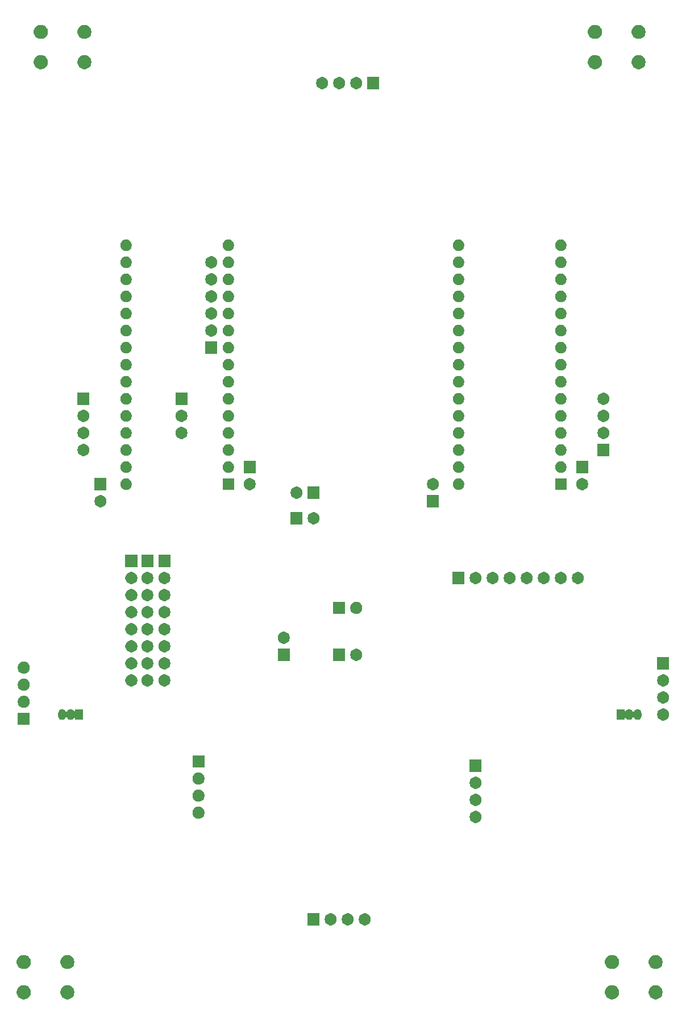
<source format=gbr>
G04 #@! TF.GenerationSoftware,KiCad,Pcbnew,5.1.5-52549c5~84~ubuntu18.04.1*
G04 #@! TF.CreationDate,2019-12-30T18:31:59+07:00*
G04 #@! TF.ProjectId,plate,706c6174-652e-46b6-9963-61645f706362,rev?*
G04 #@! TF.SameCoordinates,Original*
G04 #@! TF.FileFunction,Soldermask,Bot*
G04 #@! TF.FilePolarity,Negative*
%FSLAX46Y46*%
G04 Gerber Fmt 4.6, Leading zero omitted, Abs format (unit mm)*
G04 Created by KiCad (PCBNEW 5.1.5-52549c5~84~ubuntu18.04.1) date 2019-12-30 18:31:59*
%MOMM*%
%LPD*%
G04 APERTURE LIST*
%ADD10C,0.100000*%
G04 APERTURE END LIST*
D10*
G36*
X135076564Y-171129389D02*
G01*
X135267833Y-171208615D01*
X135267835Y-171208616D01*
X135439973Y-171323635D01*
X135586365Y-171470027D01*
X135701385Y-171642167D01*
X135780611Y-171833436D01*
X135821000Y-172036484D01*
X135821000Y-172243516D01*
X135780611Y-172446564D01*
X135701385Y-172637833D01*
X135701384Y-172637835D01*
X135586365Y-172809973D01*
X135439973Y-172956365D01*
X135267835Y-173071384D01*
X135267834Y-173071385D01*
X135267833Y-173071385D01*
X135076564Y-173150611D01*
X134873516Y-173191000D01*
X134666484Y-173191000D01*
X134463436Y-173150611D01*
X134272167Y-173071385D01*
X134272166Y-173071385D01*
X134272165Y-173071384D01*
X134100027Y-172956365D01*
X133953635Y-172809973D01*
X133838616Y-172637835D01*
X133838615Y-172637833D01*
X133759389Y-172446564D01*
X133719000Y-172243516D01*
X133719000Y-172036484D01*
X133759389Y-171833436D01*
X133838615Y-171642167D01*
X133953635Y-171470027D01*
X134100027Y-171323635D01*
X134272165Y-171208616D01*
X134272167Y-171208615D01*
X134463436Y-171129389D01*
X134666484Y-171089000D01*
X134873516Y-171089000D01*
X135076564Y-171129389D01*
G37*
G36*
X128576564Y-171129389D02*
G01*
X128767833Y-171208615D01*
X128767835Y-171208616D01*
X128939973Y-171323635D01*
X129086365Y-171470027D01*
X129201385Y-171642167D01*
X129280611Y-171833436D01*
X129321000Y-172036484D01*
X129321000Y-172243516D01*
X129280611Y-172446564D01*
X129201385Y-172637833D01*
X129201384Y-172637835D01*
X129086365Y-172809973D01*
X128939973Y-172956365D01*
X128767835Y-173071384D01*
X128767834Y-173071385D01*
X128767833Y-173071385D01*
X128576564Y-173150611D01*
X128373516Y-173191000D01*
X128166484Y-173191000D01*
X127963436Y-173150611D01*
X127772167Y-173071385D01*
X127772166Y-173071385D01*
X127772165Y-173071384D01*
X127600027Y-172956365D01*
X127453635Y-172809973D01*
X127338616Y-172637835D01*
X127338615Y-172637833D01*
X127259389Y-172446564D01*
X127219000Y-172243516D01*
X127219000Y-172036484D01*
X127259389Y-171833436D01*
X127338615Y-171642167D01*
X127453635Y-171470027D01*
X127600027Y-171323635D01*
X127772165Y-171208616D01*
X127772167Y-171208615D01*
X127963436Y-171129389D01*
X128166484Y-171089000D01*
X128373516Y-171089000D01*
X128576564Y-171129389D01*
G37*
G36*
X47446564Y-171129389D02*
G01*
X47637833Y-171208615D01*
X47637835Y-171208616D01*
X47809973Y-171323635D01*
X47956365Y-171470027D01*
X48071385Y-171642167D01*
X48150611Y-171833436D01*
X48191000Y-172036484D01*
X48191000Y-172243516D01*
X48150611Y-172446564D01*
X48071385Y-172637833D01*
X48071384Y-172637835D01*
X47956365Y-172809973D01*
X47809973Y-172956365D01*
X47637835Y-173071384D01*
X47637834Y-173071385D01*
X47637833Y-173071385D01*
X47446564Y-173150611D01*
X47243516Y-173191000D01*
X47036484Y-173191000D01*
X46833436Y-173150611D01*
X46642167Y-173071385D01*
X46642166Y-173071385D01*
X46642165Y-173071384D01*
X46470027Y-172956365D01*
X46323635Y-172809973D01*
X46208616Y-172637835D01*
X46208615Y-172637833D01*
X46129389Y-172446564D01*
X46089000Y-172243516D01*
X46089000Y-172036484D01*
X46129389Y-171833436D01*
X46208615Y-171642167D01*
X46323635Y-171470027D01*
X46470027Y-171323635D01*
X46642165Y-171208616D01*
X46642167Y-171208615D01*
X46833436Y-171129389D01*
X47036484Y-171089000D01*
X47243516Y-171089000D01*
X47446564Y-171129389D01*
G37*
G36*
X40946564Y-171129389D02*
G01*
X41137833Y-171208615D01*
X41137835Y-171208616D01*
X41309973Y-171323635D01*
X41456365Y-171470027D01*
X41571385Y-171642167D01*
X41650611Y-171833436D01*
X41691000Y-172036484D01*
X41691000Y-172243516D01*
X41650611Y-172446564D01*
X41571385Y-172637833D01*
X41571384Y-172637835D01*
X41456365Y-172809973D01*
X41309973Y-172956365D01*
X41137835Y-173071384D01*
X41137834Y-173071385D01*
X41137833Y-173071385D01*
X40946564Y-173150611D01*
X40743516Y-173191000D01*
X40536484Y-173191000D01*
X40333436Y-173150611D01*
X40142167Y-173071385D01*
X40142166Y-173071385D01*
X40142165Y-173071384D01*
X39970027Y-172956365D01*
X39823635Y-172809973D01*
X39708616Y-172637835D01*
X39708615Y-172637833D01*
X39629389Y-172446564D01*
X39589000Y-172243516D01*
X39589000Y-172036484D01*
X39629389Y-171833436D01*
X39708615Y-171642167D01*
X39823635Y-171470027D01*
X39970027Y-171323635D01*
X40142165Y-171208616D01*
X40142167Y-171208615D01*
X40333436Y-171129389D01*
X40536484Y-171089000D01*
X40743516Y-171089000D01*
X40946564Y-171129389D01*
G37*
G36*
X40946564Y-166629389D02*
G01*
X41137833Y-166708615D01*
X41137835Y-166708616D01*
X41309973Y-166823635D01*
X41456365Y-166970027D01*
X41571385Y-167142167D01*
X41650611Y-167333436D01*
X41691000Y-167536484D01*
X41691000Y-167743516D01*
X41650611Y-167946564D01*
X41571385Y-168137833D01*
X41571384Y-168137835D01*
X41456365Y-168309973D01*
X41309973Y-168456365D01*
X41137835Y-168571384D01*
X41137834Y-168571385D01*
X41137833Y-168571385D01*
X40946564Y-168650611D01*
X40743516Y-168691000D01*
X40536484Y-168691000D01*
X40333436Y-168650611D01*
X40142167Y-168571385D01*
X40142166Y-168571385D01*
X40142165Y-168571384D01*
X39970027Y-168456365D01*
X39823635Y-168309973D01*
X39708616Y-168137835D01*
X39708615Y-168137833D01*
X39629389Y-167946564D01*
X39589000Y-167743516D01*
X39589000Y-167536484D01*
X39629389Y-167333436D01*
X39708615Y-167142167D01*
X39823635Y-166970027D01*
X39970027Y-166823635D01*
X40142165Y-166708616D01*
X40142167Y-166708615D01*
X40333436Y-166629389D01*
X40536484Y-166589000D01*
X40743516Y-166589000D01*
X40946564Y-166629389D01*
G37*
G36*
X47446564Y-166629389D02*
G01*
X47637833Y-166708615D01*
X47637835Y-166708616D01*
X47809973Y-166823635D01*
X47956365Y-166970027D01*
X48071385Y-167142167D01*
X48150611Y-167333436D01*
X48191000Y-167536484D01*
X48191000Y-167743516D01*
X48150611Y-167946564D01*
X48071385Y-168137833D01*
X48071384Y-168137835D01*
X47956365Y-168309973D01*
X47809973Y-168456365D01*
X47637835Y-168571384D01*
X47637834Y-168571385D01*
X47637833Y-168571385D01*
X47446564Y-168650611D01*
X47243516Y-168691000D01*
X47036484Y-168691000D01*
X46833436Y-168650611D01*
X46642167Y-168571385D01*
X46642166Y-168571385D01*
X46642165Y-168571384D01*
X46470027Y-168456365D01*
X46323635Y-168309973D01*
X46208616Y-168137835D01*
X46208615Y-168137833D01*
X46129389Y-167946564D01*
X46089000Y-167743516D01*
X46089000Y-167536484D01*
X46129389Y-167333436D01*
X46208615Y-167142167D01*
X46323635Y-166970027D01*
X46470027Y-166823635D01*
X46642165Y-166708616D01*
X46642167Y-166708615D01*
X46833436Y-166629389D01*
X47036484Y-166589000D01*
X47243516Y-166589000D01*
X47446564Y-166629389D01*
G37*
G36*
X128576564Y-166629389D02*
G01*
X128767833Y-166708615D01*
X128767835Y-166708616D01*
X128939973Y-166823635D01*
X129086365Y-166970027D01*
X129201385Y-167142167D01*
X129280611Y-167333436D01*
X129321000Y-167536484D01*
X129321000Y-167743516D01*
X129280611Y-167946564D01*
X129201385Y-168137833D01*
X129201384Y-168137835D01*
X129086365Y-168309973D01*
X128939973Y-168456365D01*
X128767835Y-168571384D01*
X128767834Y-168571385D01*
X128767833Y-168571385D01*
X128576564Y-168650611D01*
X128373516Y-168691000D01*
X128166484Y-168691000D01*
X127963436Y-168650611D01*
X127772167Y-168571385D01*
X127772166Y-168571385D01*
X127772165Y-168571384D01*
X127600027Y-168456365D01*
X127453635Y-168309973D01*
X127338616Y-168137835D01*
X127338615Y-168137833D01*
X127259389Y-167946564D01*
X127219000Y-167743516D01*
X127219000Y-167536484D01*
X127259389Y-167333436D01*
X127338615Y-167142167D01*
X127453635Y-166970027D01*
X127600027Y-166823635D01*
X127772165Y-166708616D01*
X127772167Y-166708615D01*
X127963436Y-166629389D01*
X128166484Y-166589000D01*
X128373516Y-166589000D01*
X128576564Y-166629389D01*
G37*
G36*
X135076564Y-166629389D02*
G01*
X135267833Y-166708615D01*
X135267835Y-166708616D01*
X135439973Y-166823635D01*
X135586365Y-166970027D01*
X135701385Y-167142167D01*
X135780611Y-167333436D01*
X135821000Y-167536484D01*
X135821000Y-167743516D01*
X135780611Y-167946564D01*
X135701385Y-168137833D01*
X135701384Y-168137835D01*
X135586365Y-168309973D01*
X135439973Y-168456365D01*
X135267835Y-168571384D01*
X135267834Y-168571385D01*
X135267833Y-168571385D01*
X135076564Y-168650611D01*
X134873516Y-168691000D01*
X134666484Y-168691000D01*
X134463436Y-168650611D01*
X134272167Y-168571385D01*
X134272166Y-168571385D01*
X134272165Y-168571384D01*
X134100027Y-168456365D01*
X133953635Y-168309973D01*
X133838616Y-168137835D01*
X133838615Y-168137833D01*
X133759389Y-167946564D01*
X133719000Y-167743516D01*
X133719000Y-167536484D01*
X133759389Y-167333436D01*
X133838615Y-167142167D01*
X133953635Y-166970027D01*
X134100027Y-166823635D01*
X134272165Y-166708616D01*
X134272167Y-166708615D01*
X134463436Y-166629389D01*
X134666484Y-166589000D01*
X134873516Y-166589000D01*
X135076564Y-166629389D01*
G37*
G36*
X91553512Y-160393927D02*
G01*
X91702812Y-160423624D01*
X91866784Y-160491544D01*
X92014354Y-160590147D01*
X92139853Y-160715646D01*
X92238456Y-160863216D01*
X92306376Y-161027188D01*
X92341000Y-161201259D01*
X92341000Y-161378741D01*
X92306376Y-161552812D01*
X92238456Y-161716784D01*
X92139853Y-161864354D01*
X92014354Y-161989853D01*
X91866784Y-162088456D01*
X91702812Y-162156376D01*
X91553512Y-162186073D01*
X91528742Y-162191000D01*
X91351258Y-162191000D01*
X91326488Y-162186073D01*
X91177188Y-162156376D01*
X91013216Y-162088456D01*
X90865646Y-161989853D01*
X90740147Y-161864354D01*
X90641544Y-161716784D01*
X90573624Y-161552812D01*
X90539000Y-161378741D01*
X90539000Y-161201259D01*
X90573624Y-161027188D01*
X90641544Y-160863216D01*
X90740147Y-160715646D01*
X90865646Y-160590147D01*
X91013216Y-160491544D01*
X91177188Y-160423624D01*
X91326488Y-160393927D01*
X91351258Y-160389000D01*
X91528742Y-160389000D01*
X91553512Y-160393927D01*
G37*
G36*
X89013512Y-160393927D02*
G01*
X89162812Y-160423624D01*
X89326784Y-160491544D01*
X89474354Y-160590147D01*
X89599853Y-160715646D01*
X89698456Y-160863216D01*
X89766376Y-161027188D01*
X89801000Y-161201259D01*
X89801000Y-161378741D01*
X89766376Y-161552812D01*
X89698456Y-161716784D01*
X89599853Y-161864354D01*
X89474354Y-161989853D01*
X89326784Y-162088456D01*
X89162812Y-162156376D01*
X89013512Y-162186073D01*
X88988742Y-162191000D01*
X88811258Y-162191000D01*
X88786488Y-162186073D01*
X88637188Y-162156376D01*
X88473216Y-162088456D01*
X88325646Y-161989853D01*
X88200147Y-161864354D01*
X88101544Y-161716784D01*
X88033624Y-161552812D01*
X87999000Y-161378741D01*
X87999000Y-161201259D01*
X88033624Y-161027188D01*
X88101544Y-160863216D01*
X88200147Y-160715646D01*
X88325646Y-160590147D01*
X88473216Y-160491544D01*
X88637188Y-160423624D01*
X88786488Y-160393927D01*
X88811258Y-160389000D01*
X88988742Y-160389000D01*
X89013512Y-160393927D01*
G37*
G36*
X86473512Y-160393927D02*
G01*
X86622812Y-160423624D01*
X86786784Y-160491544D01*
X86934354Y-160590147D01*
X87059853Y-160715646D01*
X87158456Y-160863216D01*
X87226376Y-161027188D01*
X87261000Y-161201259D01*
X87261000Y-161378741D01*
X87226376Y-161552812D01*
X87158456Y-161716784D01*
X87059853Y-161864354D01*
X86934354Y-161989853D01*
X86786784Y-162088456D01*
X86622812Y-162156376D01*
X86473512Y-162186073D01*
X86448742Y-162191000D01*
X86271258Y-162191000D01*
X86246488Y-162186073D01*
X86097188Y-162156376D01*
X85933216Y-162088456D01*
X85785646Y-161989853D01*
X85660147Y-161864354D01*
X85561544Y-161716784D01*
X85493624Y-161552812D01*
X85459000Y-161378741D01*
X85459000Y-161201259D01*
X85493624Y-161027188D01*
X85561544Y-160863216D01*
X85660147Y-160715646D01*
X85785646Y-160590147D01*
X85933216Y-160491544D01*
X86097188Y-160423624D01*
X86246488Y-160393927D01*
X86271258Y-160389000D01*
X86448742Y-160389000D01*
X86473512Y-160393927D01*
G37*
G36*
X84721000Y-162191000D02*
G01*
X82919000Y-162191000D01*
X82919000Y-160389000D01*
X84721000Y-160389000D01*
X84721000Y-162191000D01*
G37*
G36*
X108054769Y-145152188D02*
G01*
X108212812Y-145183624D01*
X108376784Y-145251544D01*
X108524354Y-145350147D01*
X108649853Y-145475646D01*
X108748456Y-145623216D01*
X108816376Y-145787188D01*
X108851000Y-145961259D01*
X108851000Y-146138741D01*
X108816376Y-146312812D01*
X108748456Y-146476784D01*
X108649853Y-146624354D01*
X108524354Y-146749853D01*
X108376784Y-146848456D01*
X108212812Y-146916376D01*
X108063512Y-146946073D01*
X108038742Y-146951000D01*
X107861258Y-146951000D01*
X107836488Y-146946073D01*
X107687188Y-146916376D01*
X107523216Y-146848456D01*
X107375646Y-146749853D01*
X107250147Y-146624354D01*
X107151544Y-146476784D01*
X107083624Y-146312812D01*
X107049000Y-146138741D01*
X107049000Y-145961259D01*
X107083624Y-145787188D01*
X107151544Y-145623216D01*
X107250147Y-145475646D01*
X107375646Y-145350147D01*
X107523216Y-145251544D01*
X107687188Y-145183624D01*
X107845231Y-145152188D01*
X107861258Y-145149000D01*
X108038742Y-145149000D01*
X108054769Y-145152188D01*
G37*
G36*
X66788512Y-144518927D02*
G01*
X66937812Y-144548624D01*
X67101784Y-144616544D01*
X67249354Y-144715147D01*
X67374853Y-144840646D01*
X67473456Y-144988216D01*
X67541376Y-145152188D01*
X67576000Y-145326259D01*
X67576000Y-145503741D01*
X67541376Y-145677812D01*
X67473456Y-145841784D01*
X67374853Y-145989354D01*
X67249354Y-146114853D01*
X67101784Y-146213456D01*
X66937812Y-146281376D01*
X66788512Y-146311073D01*
X66763742Y-146316000D01*
X66586258Y-146316000D01*
X66561488Y-146311073D01*
X66412188Y-146281376D01*
X66248216Y-146213456D01*
X66100646Y-146114853D01*
X65975147Y-145989354D01*
X65876544Y-145841784D01*
X65808624Y-145677812D01*
X65774000Y-145503741D01*
X65774000Y-145326259D01*
X65808624Y-145152188D01*
X65876544Y-144988216D01*
X65975147Y-144840646D01*
X66100646Y-144715147D01*
X66248216Y-144616544D01*
X66412188Y-144548624D01*
X66561488Y-144518927D01*
X66586258Y-144514000D01*
X66763742Y-144514000D01*
X66788512Y-144518927D01*
G37*
G36*
X108054769Y-142612188D02*
G01*
X108212812Y-142643624D01*
X108376784Y-142711544D01*
X108524354Y-142810147D01*
X108649853Y-142935646D01*
X108748456Y-143083216D01*
X108816376Y-143247188D01*
X108851000Y-143421259D01*
X108851000Y-143598741D01*
X108816376Y-143772812D01*
X108748456Y-143936784D01*
X108649853Y-144084354D01*
X108524354Y-144209853D01*
X108376784Y-144308456D01*
X108212812Y-144376376D01*
X108063512Y-144406073D01*
X108038742Y-144411000D01*
X107861258Y-144411000D01*
X107836488Y-144406073D01*
X107687188Y-144376376D01*
X107523216Y-144308456D01*
X107375646Y-144209853D01*
X107250147Y-144084354D01*
X107151544Y-143936784D01*
X107083624Y-143772812D01*
X107049000Y-143598741D01*
X107049000Y-143421259D01*
X107083624Y-143247188D01*
X107151544Y-143083216D01*
X107250147Y-142935646D01*
X107375646Y-142810147D01*
X107523216Y-142711544D01*
X107687188Y-142643624D01*
X107845231Y-142612188D01*
X107861258Y-142609000D01*
X108038742Y-142609000D01*
X108054769Y-142612188D01*
G37*
G36*
X66788512Y-141978927D02*
G01*
X66937812Y-142008624D01*
X67101784Y-142076544D01*
X67249354Y-142175147D01*
X67374853Y-142300646D01*
X67473456Y-142448216D01*
X67541376Y-142612188D01*
X67576000Y-142786259D01*
X67576000Y-142963741D01*
X67541376Y-143137812D01*
X67473456Y-143301784D01*
X67374853Y-143449354D01*
X67249354Y-143574853D01*
X67101784Y-143673456D01*
X66937812Y-143741376D01*
X66788512Y-143771073D01*
X66763742Y-143776000D01*
X66586258Y-143776000D01*
X66561488Y-143771073D01*
X66412188Y-143741376D01*
X66248216Y-143673456D01*
X66100646Y-143574853D01*
X65975147Y-143449354D01*
X65876544Y-143301784D01*
X65808624Y-143137812D01*
X65774000Y-142963741D01*
X65774000Y-142786259D01*
X65808624Y-142612188D01*
X65876544Y-142448216D01*
X65975147Y-142300646D01*
X66100646Y-142175147D01*
X66248216Y-142076544D01*
X66412188Y-142008624D01*
X66561488Y-141978927D01*
X66586258Y-141974000D01*
X66763742Y-141974000D01*
X66788512Y-141978927D01*
G37*
G36*
X108054769Y-140072188D02*
G01*
X108212812Y-140103624D01*
X108376784Y-140171544D01*
X108524354Y-140270147D01*
X108649853Y-140395646D01*
X108748456Y-140543216D01*
X108816376Y-140707188D01*
X108851000Y-140881259D01*
X108851000Y-141058741D01*
X108816376Y-141232812D01*
X108748456Y-141396784D01*
X108649853Y-141544354D01*
X108524354Y-141669853D01*
X108376784Y-141768456D01*
X108212812Y-141836376D01*
X108063512Y-141866073D01*
X108038742Y-141871000D01*
X107861258Y-141871000D01*
X107836488Y-141866073D01*
X107687188Y-141836376D01*
X107523216Y-141768456D01*
X107375646Y-141669853D01*
X107250147Y-141544354D01*
X107151544Y-141396784D01*
X107083624Y-141232812D01*
X107049000Y-141058741D01*
X107049000Y-140881259D01*
X107083624Y-140707188D01*
X107151544Y-140543216D01*
X107250147Y-140395646D01*
X107375646Y-140270147D01*
X107523216Y-140171544D01*
X107687188Y-140103624D01*
X107845231Y-140072188D01*
X107861258Y-140069000D01*
X108038742Y-140069000D01*
X108054769Y-140072188D01*
G37*
G36*
X66788512Y-139438927D02*
G01*
X66937812Y-139468624D01*
X67101784Y-139536544D01*
X67249354Y-139635147D01*
X67374853Y-139760646D01*
X67473456Y-139908216D01*
X67541376Y-140072188D01*
X67576000Y-140246259D01*
X67576000Y-140423741D01*
X67541376Y-140597812D01*
X67473456Y-140761784D01*
X67374853Y-140909354D01*
X67249354Y-141034853D01*
X67101784Y-141133456D01*
X66937812Y-141201376D01*
X66788512Y-141231073D01*
X66763742Y-141236000D01*
X66586258Y-141236000D01*
X66561488Y-141231073D01*
X66412188Y-141201376D01*
X66248216Y-141133456D01*
X66100646Y-141034853D01*
X65975147Y-140909354D01*
X65876544Y-140761784D01*
X65808624Y-140597812D01*
X65774000Y-140423741D01*
X65774000Y-140246259D01*
X65808624Y-140072188D01*
X65876544Y-139908216D01*
X65975147Y-139760646D01*
X66100646Y-139635147D01*
X66248216Y-139536544D01*
X66412188Y-139468624D01*
X66561488Y-139438927D01*
X66586258Y-139434000D01*
X66763742Y-139434000D01*
X66788512Y-139438927D01*
G37*
G36*
X108851000Y-139331000D02*
G01*
X107049000Y-139331000D01*
X107049000Y-137529000D01*
X108851000Y-137529000D01*
X108851000Y-139331000D01*
G37*
G36*
X67576000Y-138696000D02*
G01*
X65774000Y-138696000D01*
X65774000Y-136894000D01*
X67576000Y-136894000D01*
X67576000Y-138696000D01*
G37*
G36*
X41541000Y-132346000D02*
G01*
X39739000Y-132346000D01*
X39739000Y-130544000D01*
X41541000Y-130544000D01*
X41541000Y-132346000D01*
G37*
G36*
X136003512Y-129913927D02*
G01*
X136152812Y-129943624D01*
X136316784Y-130011544D01*
X136464354Y-130110147D01*
X136589853Y-130235646D01*
X136688456Y-130383216D01*
X136756376Y-130547188D01*
X136791000Y-130721259D01*
X136791000Y-130898741D01*
X136756376Y-131072812D01*
X136688456Y-131236784D01*
X136589853Y-131384354D01*
X136464354Y-131509853D01*
X136316784Y-131608456D01*
X136152812Y-131676376D01*
X136003512Y-131706073D01*
X135978742Y-131711000D01*
X135801258Y-131711000D01*
X135776488Y-131706073D01*
X135627188Y-131676376D01*
X135463216Y-131608456D01*
X135315646Y-131509853D01*
X135190147Y-131384354D01*
X135091544Y-131236784D01*
X135023624Y-131072812D01*
X134989000Y-130898741D01*
X134989000Y-130721259D01*
X135023624Y-130547188D01*
X135091544Y-130383216D01*
X135190147Y-130235646D01*
X135315646Y-130110147D01*
X135463216Y-130011544D01*
X135627188Y-129943624D01*
X135776488Y-129913927D01*
X135801258Y-129909000D01*
X135978742Y-129909000D01*
X136003512Y-129913927D01*
G37*
G36*
X47737916Y-130017334D02*
G01*
X47846492Y-130050271D01*
X47846495Y-130050272D01*
X47882601Y-130069571D01*
X47946557Y-130103756D01*
X48034264Y-130175736D01*
X48097383Y-130252646D01*
X48114702Y-130269965D01*
X48135077Y-130283579D01*
X48157716Y-130292957D01*
X48181749Y-130297737D01*
X48206253Y-130297737D01*
X48230286Y-130292957D01*
X48252925Y-130283579D01*
X48273299Y-130269966D01*
X48290626Y-130252639D01*
X48304240Y-130232264D01*
X48313618Y-130209625D01*
X48318398Y-130185592D01*
X48319000Y-130173340D01*
X48319000Y-130009000D01*
X49471000Y-130009000D01*
X49471000Y-131611000D01*
X48319000Y-131611000D01*
X48319000Y-131446660D01*
X48316598Y-131422274D01*
X48309485Y-131398825D01*
X48297934Y-131377214D01*
X48282389Y-131358272D01*
X48263447Y-131342727D01*
X48241836Y-131331176D01*
X48218387Y-131324063D01*
X48194001Y-131321661D01*
X48169615Y-131324063D01*
X48146166Y-131331176D01*
X48124555Y-131342727D01*
X48097381Y-131367356D01*
X48034264Y-131444264D01*
X47946556Y-131516244D01*
X47882600Y-131550429D01*
X47846494Y-131569728D01*
X47846491Y-131569729D01*
X47737915Y-131602666D01*
X47625000Y-131613787D01*
X47512084Y-131602666D01*
X47403508Y-131569729D01*
X47403505Y-131569728D01*
X47367399Y-131550429D01*
X47303443Y-131516244D01*
X47215736Y-131444264D01*
X47143756Y-131356556D01*
X47100239Y-131275140D01*
X47086625Y-131254766D01*
X47069298Y-131237439D01*
X47048924Y-131223825D01*
X47026285Y-131214448D01*
X47002251Y-131209668D01*
X46977747Y-131209668D01*
X46953714Y-131214449D01*
X46931075Y-131223826D01*
X46910701Y-131237440D01*
X46893374Y-131254767D01*
X46879762Y-131275140D01*
X46836244Y-131356557D01*
X46764264Y-131444264D01*
X46676556Y-131516244D01*
X46612600Y-131550429D01*
X46576494Y-131569728D01*
X46576491Y-131569729D01*
X46467915Y-131602666D01*
X46355000Y-131613787D01*
X46242084Y-131602666D01*
X46133508Y-131569729D01*
X46133505Y-131569728D01*
X46097399Y-131550429D01*
X46033443Y-131516244D01*
X45945736Y-131444264D01*
X45873756Y-131356556D01*
X45820273Y-131256495D01*
X45820272Y-131256494D01*
X45814492Y-131237440D01*
X45787334Y-131147915D01*
X45779000Y-131063297D01*
X45779000Y-130556702D01*
X45787334Y-130472084D01*
X45820271Y-130363508D01*
X45820272Y-130363505D01*
X45873756Y-130263445D01*
X45873757Y-130263443D01*
X45945737Y-130175736D01*
X46033444Y-130103756D01*
X46097400Y-130069571D01*
X46133506Y-130050272D01*
X46133509Y-130050271D01*
X46242085Y-130017334D01*
X46355000Y-130006213D01*
X46467916Y-130017334D01*
X46576492Y-130050271D01*
X46576495Y-130050272D01*
X46612601Y-130069571D01*
X46676557Y-130103756D01*
X46764264Y-130175736D01*
X46836244Y-130263443D01*
X46879761Y-130344859D01*
X46893375Y-130365234D01*
X46910702Y-130382561D01*
X46931076Y-130396174D01*
X46953715Y-130405552D01*
X46977748Y-130410332D01*
X47002252Y-130410332D01*
X47026285Y-130405552D01*
X47048924Y-130396174D01*
X47069299Y-130382560D01*
X47086626Y-130365233D01*
X47100239Y-130344859D01*
X47143756Y-130263445D01*
X47143757Y-130263443D01*
X47215737Y-130175736D01*
X47303444Y-130103756D01*
X47367400Y-130069571D01*
X47403506Y-130050272D01*
X47403509Y-130050271D01*
X47512085Y-130017334D01*
X47625000Y-130006213D01*
X47737916Y-130017334D01*
G37*
G36*
X132192915Y-130017334D02*
G01*
X132301491Y-130050271D01*
X132301494Y-130050272D01*
X132337600Y-130069571D01*
X132401556Y-130103756D01*
X132489264Y-130175736D01*
X132561244Y-130263443D01*
X132595429Y-130327399D01*
X132614728Y-130363505D01*
X132614729Y-130363508D01*
X132647666Y-130472084D01*
X132656000Y-130556702D01*
X132656000Y-131063297D01*
X132647666Y-131147916D01*
X132615252Y-131254767D01*
X132614728Y-131256495D01*
X132604762Y-131275140D01*
X132561244Y-131356557D01*
X132489264Y-131444264D01*
X132401557Y-131516244D01*
X132337601Y-131550429D01*
X132301495Y-131569728D01*
X132301492Y-131569729D01*
X132192916Y-131602666D01*
X132080000Y-131613787D01*
X131967085Y-131602666D01*
X131858509Y-131569729D01*
X131858506Y-131569728D01*
X131822400Y-131550429D01*
X131758444Y-131516244D01*
X131670737Y-131444264D01*
X131598757Y-131356557D01*
X131555239Y-131275141D01*
X131541625Y-131254766D01*
X131524298Y-131237439D01*
X131503924Y-131223826D01*
X131481285Y-131214448D01*
X131457252Y-131209668D01*
X131432748Y-131209668D01*
X131408715Y-131214448D01*
X131386076Y-131223826D01*
X131365701Y-131237440D01*
X131348374Y-131254767D01*
X131334762Y-131275140D01*
X131291244Y-131356557D01*
X131219264Y-131444264D01*
X131131557Y-131516244D01*
X131067601Y-131550429D01*
X131031495Y-131569728D01*
X131031492Y-131569729D01*
X130922916Y-131602666D01*
X130810000Y-131613787D01*
X130697085Y-131602666D01*
X130588509Y-131569729D01*
X130588506Y-131569728D01*
X130552400Y-131550429D01*
X130488444Y-131516244D01*
X130400737Y-131444264D01*
X130337622Y-131367359D01*
X130320297Y-131350034D01*
X130299923Y-131336420D01*
X130277284Y-131327043D01*
X130253250Y-131322263D01*
X130228746Y-131322263D01*
X130204713Y-131327044D01*
X130182074Y-131336421D01*
X130161700Y-131350035D01*
X130144373Y-131367362D01*
X130130759Y-131387736D01*
X130121382Y-131410375D01*
X130116000Y-131446660D01*
X130116000Y-131611000D01*
X128964000Y-131611000D01*
X128964000Y-130009000D01*
X130116000Y-130009000D01*
X130116000Y-130173341D01*
X130118402Y-130197727D01*
X130125515Y-130221176D01*
X130137066Y-130242787D01*
X130152611Y-130261729D01*
X130171553Y-130277274D01*
X130193164Y-130288825D01*
X130216613Y-130295938D01*
X130240999Y-130298340D01*
X130265385Y-130295938D01*
X130288834Y-130288825D01*
X130310445Y-130277274D01*
X130329387Y-130261729D01*
X130337608Y-130252657D01*
X130400736Y-130175736D01*
X130488443Y-130103756D01*
X130552399Y-130069571D01*
X130588505Y-130050272D01*
X130588508Y-130050271D01*
X130697084Y-130017334D01*
X130810000Y-130006213D01*
X130922915Y-130017334D01*
X131031491Y-130050271D01*
X131031494Y-130050272D01*
X131067600Y-130069571D01*
X131131556Y-130103756D01*
X131219264Y-130175736D01*
X131291244Y-130263443D01*
X131334761Y-130344859D01*
X131348375Y-130365234D01*
X131365702Y-130382561D01*
X131386076Y-130396174D01*
X131408715Y-130405552D01*
X131432748Y-130410332D01*
X131457252Y-130410332D01*
X131481285Y-130405552D01*
X131503924Y-130396174D01*
X131524299Y-130382560D01*
X131541626Y-130365233D01*
X131555239Y-130344860D01*
X131598756Y-130263444D01*
X131670736Y-130175736D01*
X131758443Y-130103756D01*
X131822399Y-130069571D01*
X131858505Y-130050272D01*
X131858508Y-130050271D01*
X131967084Y-130017334D01*
X132080000Y-130006213D01*
X132192915Y-130017334D01*
G37*
G36*
X40744769Y-128007188D02*
G01*
X40902812Y-128038624D01*
X41066784Y-128106544D01*
X41214354Y-128205147D01*
X41339853Y-128330646D01*
X41438456Y-128478216D01*
X41506376Y-128642188D01*
X41541000Y-128816259D01*
X41541000Y-128993741D01*
X41506376Y-129167812D01*
X41438456Y-129331784D01*
X41339853Y-129479354D01*
X41214354Y-129604853D01*
X41066784Y-129703456D01*
X40902812Y-129771376D01*
X40753512Y-129801073D01*
X40728742Y-129806000D01*
X40551258Y-129806000D01*
X40526488Y-129801073D01*
X40377188Y-129771376D01*
X40213216Y-129703456D01*
X40065646Y-129604853D01*
X39940147Y-129479354D01*
X39841544Y-129331784D01*
X39773624Y-129167812D01*
X39739000Y-128993741D01*
X39739000Y-128816259D01*
X39773624Y-128642188D01*
X39841544Y-128478216D01*
X39940147Y-128330646D01*
X40065646Y-128205147D01*
X40213216Y-128106544D01*
X40377188Y-128038624D01*
X40535231Y-128007188D01*
X40551258Y-128004000D01*
X40728742Y-128004000D01*
X40744769Y-128007188D01*
G37*
G36*
X136003512Y-127373927D02*
G01*
X136152812Y-127403624D01*
X136316784Y-127471544D01*
X136464354Y-127570147D01*
X136589853Y-127695646D01*
X136688456Y-127843216D01*
X136756376Y-128007188D01*
X136791000Y-128181259D01*
X136791000Y-128358741D01*
X136756376Y-128532812D01*
X136688456Y-128696784D01*
X136589853Y-128844354D01*
X136464354Y-128969853D01*
X136316784Y-129068456D01*
X136152812Y-129136376D01*
X136003512Y-129166073D01*
X135978742Y-129171000D01*
X135801258Y-129171000D01*
X135776488Y-129166073D01*
X135627188Y-129136376D01*
X135463216Y-129068456D01*
X135315646Y-128969853D01*
X135190147Y-128844354D01*
X135091544Y-128696784D01*
X135023624Y-128532812D01*
X134989000Y-128358741D01*
X134989000Y-128181259D01*
X135023624Y-128007188D01*
X135091544Y-127843216D01*
X135190147Y-127695646D01*
X135315646Y-127570147D01*
X135463216Y-127471544D01*
X135627188Y-127403624D01*
X135776488Y-127373927D01*
X135801258Y-127369000D01*
X135978742Y-127369000D01*
X136003512Y-127373927D01*
G37*
G36*
X40744769Y-125467188D02*
G01*
X40902812Y-125498624D01*
X41066784Y-125566544D01*
X41214354Y-125665147D01*
X41339853Y-125790646D01*
X41438456Y-125938216D01*
X41506376Y-126102188D01*
X41541000Y-126276259D01*
X41541000Y-126453741D01*
X41506376Y-126627812D01*
X41438456Y-126791784D01*
X41339853Y-126939354D01*
X41214354Y-127064853D01*
X41066784Y-127163456D01*
X40902812Y-127231376D01*
X40753512Y-127261073D01*
X40728742Y-127266000D01*
X40551258Y-127266000D01*
X40526488Y-127261073D01*
X40377188Y-127231376D01*
X40213216Y-127163456D01*
X40065646Y-127064853D01*
X39940147Y-126939354D01*
X39841544Y-126791784D01*
X39773624Y-126627812D01*
X39739000Y-126453741D01*
X39739000Y-126276259D01*
X39773624Y-126102188D01*
X39841544Y-125938216D01*
X39940147Y-125790646D01*
X40065646Y-125665147D01*
X40213216Y-125566544D01*
X40377188Y-125498624D01*
X40535231Y-125467188D01*
X40551258Y-125464000D01*
X40728742Y-125464000D01*
X40744769Y-125467188D01*
G37*
G36*
X61708512Y-124833927D02*
G01*
X61857812Y-124863624D01*
X62021784Y-124931544D01*
X62169354Y-125030147D01*
X62294853Y-125155646D01*
X62393456Y-125303216D01*
X62461376Y-125467188D01*
X62496000Y-125641259D01*
X62496000Y-125818741D01*
X62461376Y-125992812D01*
X62393456Y-126156784D01*
X62294853Y-126304354D01*
X62169354Y-126429853D01*
X62021784Y-126528456D01*
X61857812Y-126596376D01*
X61708512Y-126626073D01*
X61683742Y-126631000D01*
X61506258Y-126631000D01*
X61481488Y-126626073D01*
X61332188Y-126596376D01*
X61168216Y-126528456D01*
X61020646Y-126429853D01*
X60895147Y-126304354D01*
X60796544Y-126156784D01*
X60728624Y-125992812D01*
X60694000Y-125818741D01*
X60694000Y-125641259D01*
X60728624Y-125467188D01*
X60796544Y-125303216D01*
X60895147Y-125155646D01*
X61020646Y-125030147D01*
X61168216Y-124931544D01*
X61332188Y-124863624D01*
X61481488Y-124833927D01*
X61506258Y-124829000D01*
X61683742Y-124829000D01*
X61708512Y-124833927D01*
G37*
G36*
X136003512Y-124833927D02*
G01*
X136152812Y-124863624D01*
X136316784Y-124931544D01*
X136464354Y-125030147D01*
X136589853Y-125155646D01*
X136688456Y-125303216D01*
X136756376Y-125467188D01*
X136791000Y-125641259D01*
X136791000Y-125818741D01*
X136756376Y-125992812D01*
X136688456Y-126156784D01*
X136589853Y-126304354D01*
X136464354Y-126429853D01*
X136316784Y-126528456D01*
X136152812Y-126596376D01*
X136003512Y-126626073D01*
X135978742Y-126631000D01*
X135801258Y-126631000D01*
X135776488Y-126626073D01*
X135627188Y-126596376D01*
X135463216Y-126528456D01*
X135315646Y-126429853D01*
X135190147Y-126304354D01*
X135091544Y-126156784D01*
X135023624Y-125992812D01*
X134989000Y-125818741D01*
X134989000Y-125641259D01*
X135023624Y-125467188D01*
X135091544Y-125303216D01*
X135190147Y-125155646D01*
X135315646Y-125030147D01*
X135463216Y-124931544D01*
X135627188Y-124863624D01*
X135776488Y-124833927D01*
X135801258Y-124829000D01*
X135978742Y-124829000D01*
X136003512Y-124833927D01*
G37*
G36*
X59168512Y-124833927D02*
G01*
X59317812Y-124863624D01*
X59481784Y-124931544D01*
X59629354Y-125030147D01*
X59754853Y-125155646D01*
X59853456Y-125303216D01*
X59921376Y-125467188D01*
X59956000Y-125641259D01*
X59956000Y-125818741D01*
X59921376Y-125992812D01*
X59853456Y-126156784D01*
X59754853Y-126304354D01*
X59629354Y-126429853D01*
X59481784Y-126528456D01*
X59317812Y-126596376D01*
X59168512Y-126626073D01*
X59143742Y-126631000D01*
X58966258Y-126631000D01*
X58941488Y-126626073D01*
X58792188Y-126596376D01*
X58628216Y-126528456D01*
X58480646Y-126429853D01*
X58355147Y-126304354D01*
X58256544Y-126156784D01*
X58188624Y-125992812D01*
X58154000Y-125818741D01*
X58154000Y-125641259D01*
X58188624Y-125467188D01*
X58256544Y-125303216D01*
X58355147Y-125155646D01*
X58480646Y-125030147D01*
X58628216Y-124931544D01*
X58792188Y-124863624D01*
X58941488Y-124833927D01*
X58966258Y-124829000D01*
X59143742Y-124829000D01*
X59168512Y-124833927D01*
G37*
G36*
X56783512Y-124833927D02*
G01*
X56932812Y-124863624D01*
X57096784Y-124931544D01*
X57244354Y-125030147D01*
X57369853Y-125155646D01*
X57468456Y-125303216D01*
X57536376Y-125467188D01*
X57571000Y-125641259D01*
X57571000Y-125818741D01*
X57536376Y-125992812D01*
X57468456Y-126156784D01*
X57369853Y-126304354D01*
X57244354Y-126429853D01*
X57096784Y-126528456D01*
X56932812Y-126596376D01*
X56783512Y-126626073D01*
X56758742Y-126631000D01*
X56581258Y-126631000D01*
X56556488Y-126626073D01*
X56407188Y-126596376D01*
X56243216Y-126528456D01*
X56095646Y-126429853D01*
X55970147Y-126304354D01*
X55871544Y-126156784D01*
X55803624Y-125992812D01*
X55769000Y-125818741D01*
X55769000Y-125641259D01*
X55803624Y-125467188D01*
X55871544Y-125303216D01*
X55970147Y-125155646D01*
X56095646Y-125030147D01*
X56243216Y-124931544D01*
X56407188Y-124863624D01*
X56556488Y-124833927D01*
X56581258Y-124829000D01*
X56758742Y-124829000D01*
X56783512Y-124833927D01*
G37*
G36*
X40744769Y-122927188D02*
G01*
X40902812Y-122958624D01*
X41066784Y-123026544D01*
X41214354Y-123125147D01*
X41339853Y-123250646D01*
X41438456Y-123398216D01*
X41506376Y-123562188D01*
X41541000Y-123736259D01*
X41541000Y-123913741D01*
X41506376Y-124087812D01*
X41438456Y-124251784D01*
X41339853Y-124399354D01*
X41214354Y-124524853D01*
X41066784Y-124623456D01*
X40902812Y-124691376D01*
X40753512Y-124721073D01*
X40728742Y-124726000D01*
X40551258Y-124726000D01*
X40526488Y-124721073D01*
X40377188Y-124691376D01*
X40213216Y-124623456D01*
X40065646Y-124524853D01*
X39940147Y-124399354D01*
X39841544Y-124251784D01*
X39773624Y-124087812D01*
X39739000Y-123913741D01*
X39739000Y-123736259D01*
X39773624Y-123562188D01*
X39841544Y-123398216D01*
X39940147Y-123250646D01*
X40065646Y-123125147D01*
X40213216Y-123026544D01*
X40377188Y-122958624D01*
X40535231Y-122927188D01*
X40551258Y-122924000D01*
X40728742Y-122924000D01*
X40744769Y-122927188D01*
G37*
G36*
X136791000Y-124091000D02*
G01*
X134989000Y-124091000D01*
X134989000Y-122289000D01*
X136791000Y-122289000D01*
X136791000Y-124091000D01*
G37*
G36*
X56783512Y-122293927D02*
G01*
X56932812Y-122323624D01*
X57096784Y-122391544D01*
X57244354Y-122490147D01*
X57369853Y-122615646D01*
X57468456Y-122763216D01*
X57536376Y-122927188D01*
X57571000Y-123101259D01*
X57571000Y-123278741D01*
X57536376Y-123452812D01*
X57468456Y-123616784D01*
X57369853Y-123764354D01*
X57244354Y-123889853D01*
X57096784Y-123988456D01*
X56932812Y-124056376D01*
X56783512Y-124086073D01*
X56758742Y-124091000D01*
X56581258Y-124091000D01*
X56556488Y-124086073D01*
X56407188Y-124056376D01*
X56243216Y-123988456D01*
X56095646Y-123889853D01*
X55970147Y-123764354D01*
X55871544Y-123616784D01*
X55803624Y-123452812D01*
X55769000Y-123278741D01*
X55769000Y-123101259D01*
X55803624Y-122927188D01*
X55871544Y-122763216D01*
X55970147Y-122615646D01*
X56095646Y-122490147D01*
X56243216Y-122391544D01*
X56407188Y-122323624D01*
X56556488Y-122293927D01*
X56581258Y-122289000D01*
X56758742Y-122289000D01*
X56783512Y-122293927D01*
G37*
G36*
X61708512Y-122293927D02*
G01*
X61857812Y-122323624D01*
X62021784Y-122391544D01*
X62169354Y-122490147D01*
X62294853Y-122615646D01*
X62393456Y-122763216D01*
X62461376Y-122927188D01*
X62496000Y-123101259D01*
X62496000Y-123278741D01*
X62461376Y-123452812D01*
X62393456Y-123616784D01*
X62294853Y-123764354D01*
X62169354Y-123889853D01*
X62021784Y-123988456D01*
X61857812Y-124056376D01*
X61708512Y-124086073D01*
X61683742Y-124091000D01*
X61506258Y-124091000D01*
X61481488Y-124086073D01*
X61332188Y-124056376D01*
X61168216Y-123988456D01*
X61020646Y-123889853D01*
X60895147Y-123764354D01*
X60796544Y-123616784D01*
X60728624Y-123452812D01*
X60694000Y-123278741D01*
X60694000Y-123101259D01*
X60728624Y-122927188D01*
X60796544Y-122763216D01*
X60895147Y-122615646D01*
X61020646Y-122490147D01*
X61168216Y-122391544D01*
X61332188Y-122323624D01*
X61481488Y-122293927D01*
X61506258Y-122289000D01*
X61683742Y-122289000D01*
X61708512Y-122293927D01*
G37*
G36*
X59168512Y-122293927D02*
G01*
X59317812Y-122323624D01*
X59481784Y-122391544D01*
X59629354Y-122490147D01*
X59754853Y-122615646D01*
X59853456Y-122763216D01*
X59921376Y-122927188D01*
X59956000Y-123101259D01*
X59956000Y-123278741D01*
X59921376Y-123452812D01*
X59853456Y-123616784D01*
X59754853Y-123764354D01*
X59629354Y-123889853D01*
X59481784Y-123988456D01*
X59317812Y-124056376D01*
X59168512Y-124086073D01*
X59143742Y-124091000D01*
X58966258Y-124091000D01*
X58941488Y-124086073D01*
X58792188Y-124056376D01*
X58628216Y-123988456D01*
X58480646Y-123889853D01*
X58355147Y-123764354D01*
X58256544Y-123616784D01*
X58188624Y-123452812D01*
X58154000Y-123278741D01*
X58154000Y-123101259D01*
X58188624Y-122927188D01*
X58256544Y-122763216D01*
X58355147Y-122615646D01*
X58480646Y-122490147D01*
X58628216Y-122391544D01*
X58792188Y-122323624D01*
X58941488Y-122293927D01*
X58966258Y-122289000D01*
X59143742Y-122289000D01*
X59168512Y-122293927D01*
G37*
G36*
X80276000Y-122821000D02*
G01*
X78474000Y-122821000D01*
X78474000Y-121019000D01*
X80276000Y-121019000D01*
X80276000Y-122821000D01*
G37*
G36*
X90283512Y-121023927D02*
G01*
X90432812Y-121053624D01*
X90596784Y-121121544D01*
X90744354Y-121220147D01*
X90869853Y-121345646D01*
X90968456Y-121493216D01*
X91036376Y-121657188D01*
X91071000Y-121831259D01*
X91071000Y-122008741D01*
X91036376Y-122182812D01*
X90968456Y-122346784D01*
X90869853Y-122494354D01*
X90744354Y-122619853D01*
X90596784Y-122718456D01*
X90432812Y-122786376D01*
X90283512Y-122816073D01*
X90258742Y-122821000D01*
X90081258Y-122821000D01*
X90056488Y-122816073D01*
X89907188Y-122786376D01*
X89743216Y-122718456D01*
X89595646Y-122619853D01*
X89470147Y-122494354D01*
X89371544Y-122346784D01*
X89303624Y-122182812D01*
X89269000Y-122008741D01*
X89269000Y-121831259D01*
X89303624Y-121657188D01*
X89371544Y-121493216D01*
X89470147Y-121345646D01*
X89595646Y-121220147D01*
X89743216Y-121121544D01*
X89907188Y-121053624D01*
X90056488Y-121023927D01*
X90081258Y-121019000D01*
X90258742Y-121019000D01*
X90283512Y-121023927D01*
G37*
G36*
X88531000Y-122821000D02*
G01*
X86729000Y-122821000D01*
X86729000Y-121019000D01*
X88531000Y-121019000D01*
X88531000Y-122821000D01*
G37*
G36*
X59168512Y-119753927D02*
G01*
X59317812Y-119783624D01*
X59481784Y-119851544D01*
X59629354Y-119950147D01*
X59754853Y-120075646D01*
X59853456Y-120223216D01*
X59921376Y-120387188D01*
X59956000Y-120561259D01*
X59956000Y-120738741D01*
X59921376Y-120912812D01*
X59853456Y-121076784D01*
X59754853Y-121224354D01*
X59629354Y-121349853D01*
X59481784Y-121448456D01*
X59317812Y-121516376D01*
X59168512Y-121546073D01*
X59143742Y-121551000D01*
X58966258Y-121551000D01*
X58941488Y-121546073D01*
X58792188Y-121516376D01*
X58628216Y-121448456D01*
X58480646Y-121349853D01*
X58355147Y-121224354D01*
X58256544Y-121076784D01*
X58188624Y-120912812D01*
X58154000Y-120738741D01*
X58154000Y-120561259D01*
X58188624Y-120387188D01*
X58256544Y-120223216D01*
X58355147Y-120075646D01*
X58480646Y-119950147D01*
X58628216Y-119851544D01*
X58792188Y-119783624D01*
X58941488Y-119753927D01*
X58966258Y-119749000D01*
X59143742Y-119749000D01*
X59168512Y-119753927D01*
G37*
G36*
X56783512Y-119753927D02*
G01*
X56932812Y-119783624D01*
X57096784Y-119851544D01*
X57244354Y-119950147D01*
X57369853Y-120075646D01*
X57468456Y-120223216D01*
X57536376Y-120387188D01*
X57571000Y-120561259D01*
X57571000Y-120738741D01*
X57536376Y-120912812D01*
X57468456Y-121076784D01*
X57369853Y-121224354D01*
X57244354Y-121349853D01*
X57096784Y-121448456D01*
X56932812Y-121516376D01*
X56783512Y-121546073D01*
X56758742Y-121551000D01*
X56581258Y-121551000D01*
X56556488Y-121546073D01*
X56407188Y-121516376D01*
X56243216Y-121448456D01*
X56095646Y-121349853D01*
X55970147Y-121224354D01*
X55871544Y-121076784D01*
X55803624Y-120912812D01*
X55769000Y-120738741D01*
X55769000Y-120561259D01*
X55803624Y-120387188D01*
X55871544Y-120223216D01*
X55970147Y-120075646D01*
X56095646Y-119950147D01*
X56243216Y-119851544D01*
X56407188Y-119783624D01*
X56556488Y-119753927D01*
X56581258Y-119749000D01*
X56758742Y-119749000D01*
X56783512Y-119753927D01*
G37*
G36*
X61708512Y-119753927D02*
G01*
X61857812Y-119783624D01*
X62021784Y-119851544D01*
X62169354Y-119950147D01*
X62294853Y-120075646D01*
X62393456Y-120223216D01*
X62461376Y-120387188D01*
X62496000Y-120561259D01*
X62496000Y-120738741D01*
X62461376Y-120912812D01*
X62393456Y-121076784D01*
X62294853Y-121224354D01*
X62169354Y-121349853D01*
X62021784Y-121448456D01*
X61857812Y-121516376D01*
X61708512Y-121546073D01*
X61683742Y-121551000D01*
X61506258Y-121551000D01*
X61481488Y-121546073D01*
X61332188Y-121516376D01*
X61168216Y-121448456D01*
X61020646Y-121349853D01*
X60895147Y-121224354D01*
X60796544Y-121076784D01*
X60728624Y-120912812D01*
X60694000Y-120738741D01*
X60694000Y-120561259D01*
X60728624Y-120387188D01*
X60796544Y-120223216D01*
X60895147Y-120075646D01*
X61020646Y-119950147D01*
X61168216Y-119851544D01*
X61332188Y-119783624D01*
X61481488Y-119753927D01*
X61506258Y-119749000D01*
X61683742Y-119749000D01*
X61708512Y-119753927D01*
G37*
G36*
X79488512Y-118483927D02*
G01*
X79637812Y-118513624D01*
X79801784Y-118581544D01*
X79949354Y-118680147D01*
X80074853Y-118805646D01*
X80173456Y-118953216D01*
X80241376Y-119117188D01*
X80276000Y-119291259D01*
X80276000Y-119468741D01*
X80241376Y-119642812D01*
X80173456Y-119806784D01*
X80074853Y-119954354D01*
X79949354Y-120079853D01*
X79801784Y-120178456D01*
X79637812Y-120246376D01*
X79488512Y-120276073D01*
X79463742Y-120281000D01*
X79286258Y-120281000D01*
X79261488Y-120276073D01*
X79112188Y-120246376D01*
X78948216Y-120178456D01*
X78800646Y-120079853D01*
X78675147Y-119954354D01*
X78576544Y-119806784D01*
X78508624Y-119642812D01*
X78474000Y-119468741D01*
X78474000Y-119291259D01*
X78508624Y-119117188D01*
X78576544Y-118953216D01*
X78675147Y-118805646D01*
X78800646Y-118680147D01*
X78948216Y-118581544D01*
X79112188Y-118513624D01*
X79261488Y-118483927D01*
X79286258Y-118479000D01*
X79463742Y-118479000D01*
X79488512Y-118483927D01*
G37*
G36*
X59168512Y-117213927D02*
G01*
X59317812Y-117243624D01*
X59481784Y-117311544D01*
X59629354Y-117410147D01*
X59754853Y-117535646D01*
X59853456Y-117683216D01*
X59921376Y-117847188D01*
X59956000Y-118021259D01*
X59956000Y-118198741D01*
X59921376Y-118372812D01*
X59853456Y-118536784D01*
X59754853Y-118684354D01*
X59629354Y-118809853D01*
X59481784Y-118908456D01*
X59317812Y-118976376D01*
X59168512Y-119006073D01*
X59143742Y-119011000D01*
X58966258Y-119011000D01*
X58941488Y-119006073D01*
X58792188Y-118976376D01*
X58628216Y-118908456D01*
X58480646Y-118809853D01*
X58355147Y-118684354D01*
X58256544Y-118536784D01*
X58188624Y-118372812D01*
X58154000Y-118198741D01*
X58154000Y-118021259D01*
X58188624Y-117847188D01*
X58256544Y-117683216D01*
X58355147Y-117535646D01*
X58480646Y-117410147D01*
X58628216Y-117311544D01*
X58792188Y-117243624D01*
X58941488Y-117213927D01*
X58966258Y-117209000D01*
X59143742Y-117209000D01*
X59168512Y-117213927D01*
G37*
G36*
X56783512Y-117213927D02*
G01*
X56932812Y-117243624D01*
X57096784Y-117311544D01*
X57244354Y-117410147D01*
X57369853Y-117535646D01*
X57468456Y-117683216D01*
X57536376Y-117847188D01*
X57571000Y-118021259D01*
X57571000Y-118198741D01*
X57536376Y-118372812D01*
X57468456Y-118536784D01*
X57369853Y-118684354D01*
X57244354Y-118809853D01*
X57096784Y-118908456D01*
X56932812Y-118976376D01*
X56783512Y-119006073D01*
X56758742Y-119011000D01*
X56581258Y-119011000D01*
X56556488Y-119006073D01*
X56407188Y-118976376D01*
X56243216Y-118908456D01*
X56095646Y-118809853D01*
X55970147Y-118684354D01*
X55871544Y-118536784D01*
X55803624Y-118372812D01*
X55769000Y-118198741D01*
X55769000Y-118021259D01*
X55803624Y-117847188D01*
X55871544Y-117683216D01*
X55970147Y-117535646D01*
X56095646Y-117410147D01*
X56243216Y-117311544D01*
X56407188Y-117243624D01*
X56556488Y-117213927D01*
X56581258Y-117209000D01*
X56758742Y-117209000D01*
X56783512Y-117213927D01*
G37*
G36*
X61708512Y-117213927D02*
G01*
X61857812Y-117243624D01*
X62021784Y-117311544D01*
X62169354Y-117410147D01*
X62294853Y-117535646D01*
X62393456Y-117683216D01*
X62461376Y-117847188D01*
X62496000Y-118021259D01*
X62496000Y-118198741D01*
X62461376Y-118372812D01*
X62393456Y-118536784D01*
X62294853Y-118684354D01*
X62169354Y-118809853D01*
X62021784Y-118908456D01*
X61857812Y-118976376D01*
X61708512Y-119006073D01*
X61683742Y-119011000D01*
X61506258Y-119011000D01*
X61481488Y-119006073D01*
X61332188Y-118976376D01*
X61168216Y-118908456D01*
X61020646Y-118809853D01*
X60895147Y-118684354D01*
X60796544Y-118536784D01*
X60728624Y-118372812D01*
X60694000Y-118198741D01*
X60694000Y-118021259D01*
X60728624Y-117847188D01*
X60796544Y-117683216D01*
X60895147Y-117535646D01*
X61020646Y-117410147D01*
X61168216Y-117311544D01*
X61332188Y-117243624D01*
X61481488Y-117213927D01*
X61506258Y-117209000D01*
X61683742Y-117209000D01*
X61708512Y-117213927D01*
G37*
G36*
X59159769Y-114672188D02*
G01*
X59317812Y-114703624D01*
X59481784Y-114771544D01*
X59629354Y-114870147D01*
X59754853Y-114995646D01*
X59853456Y-115143216D01*
X59921376Y-115307188D01*
X59956000Y-115481259D01*
X59956000Y-115658741D01*
X59921376Y-115832812D01*
X59853456Y-115996784D01*
X59754853Y-116144354D01*
X59629354Y-116269853D01*
X59481784Y-116368456D01*
X59317812Y-116436376D01*
X59168512Y-116466073D01*
X59143742Y-116471000D01*
X58966258Y-116471000D01*
X58941488Y-116466073D01*
X58792188Y-116436376D01*
X58628216Y-116368456D01*
X58480646Y-116269853D01*
X58355147Y-116144354D01*
X58256544Y-115996784D01*
X58188624Y-115832812D01*
X58154000Y-115658741D01*
X58154000Y-115481259D01*
X58188624Y-115307188D01*
X58256544Y-115143216D01*
X58355147Y-114995646D01*
X58480646Y-114870147D01*
X58628216Y-114771544D01*
X58792188Y-114703624D01*
X58950231Y-114672188D01*
X58966258Y-114669000D01*
X59143742Y-114669000D01*
X59159769Y-114672188D01*
G37*
G36*
X61699769Y-114672188D02*
G01*
X61857812Y-114703624D01*
X62021784Y-114771544D01*
X62169354Y-114870147D01*
X62294853Y-114995646D01*
X62393456Y-115143216D01*
X62461376Y-115307188D01*
X62496000Y-115481259D01*
X62496000Y-115658741D01*
X62461376Y-115832812D01*
X62393456Y-115996784D01*
X62294853Y-116144354D01*
X62169354Y-116269853D01*
X62021784Y-116368456D01*
X61857812Y-116436376D01*
X61708512Y-116466073D01*
X61683742Y-116471000D01*
X61506258Y-116471000D01*
X61481488Y-116466073D01*
X61332188Y-116436376D01*
X61168216Y-116368456D01*
X61020646Y-116269853D01*
X60895147Y-116144354D01*
X60796544Y-115996784D01*
X60728624Y-115832812D01*
X60694000Y-115658741D01*
X60694000Y-115481259D01*
X60728624Y-115307188D01*
X60796544Y-115143216D01*
X60895147Y-114995646D01*
X61020646Y-114870147D01*
X61168216Y-114771544D01*
X61332188Y-114703624D01*
X61490231Y-114672188D01*
X61506258Y-114669000D01*
X61683742Y-114669000D01*
X61699769Y-114672188D01*
G37*
G36*
X56774769Y-114672188D02*
G01*
X56932812Y-114703624D01*
X57096784Y-114771544D01*
X57244354Y-114870147D01*
X57369853Y-114995646D01*
X57468456Y-115143216D01*
X57536376Y-115307188D01*
X57571000Y-115481259D01*
X57571000Y-115658741D01*
X57536376Y-115832812D01*
X57468456Y-115996784D01*
X57369853Y-116144354D01*
X57244354Y-116269853D01*
X57096784Y-116368456D01*
X56932812Y-116436376D01*
X56783512Y-116466073D01*
X56758742Y-116471000D01*
X56581258Y-116471000D01*
X56556488Y-116466073D01*
X56407188Y-116436376D01*
X56243216Y-116368456D01*
X56095646Y-116269853D01*
X55970147Y-116144354D01*
X55871544Y-115996784D01*
X55803624Y-115832812D01*
X55769000Y-115658741D01*
X55769000Y-115481259D01*
X55803624Y-115307188D01*
X55871544Y-115143216D01*
X55970147Y-114995646D01*
X56095646Y-114870147D01*
X56243216Y-114771544D01*
X56407188Y-114703624D01*
X56565231Y-114672188D01*
X56581258Y-114669000D01*
X56758742Y-114669000D01*
X56774769Y-114672188D01*
G37*
G36*
X90283512Y-114038927D02*
G01*
X90432812Y-114068624D01*
X90596784Y-114136544D01*
X90744354Y-114235147D01*
X90869853Y-114360646D01*
X90968456Y-114508216D01*
X91036376Y-114672188D01*
X91071000Y-114846259D01*
X91071000Y-115023741D01*
X91036376Y-115197812D01*
X90968456Y-115361784D01*
X90869853Y-115509354D01*
X90744354Y-115634853D01*
X90596784Y-115733456D01*
X90432812Y-115801376D01*
X90283512Y-115831073D01*
X90258742Y-115836000D01*
X90081258Y-115836000D01*
X90056488Y-115831073D01*
X89907188Y-115801376D01*
X89743216Y-115733456D01*
X89595646Y-115634853D01*
X89470147Y-115509354D01*
X89371544Y-115361784D01*
X89303624Y-115197812D01*
X89269000Y-115023741D01*
X89269000Y-114846259D01*
X89303624Y-114672188D01*
X89371544Y-114508216D01*
X89470147Y-114360646D01*
X89595646Y-114235147D01*
X89743216Y-114136544D01*
X89907188Y-114068624D01*
X90056488Y-114038927D01*
X90081258Y-114034000D01*
X90258742Y-114034000D01*
X90283512Y-114038927D01*
G37*
G36*
X88531000Y-115836000D02*
G01*
X86729000Y-115836000D01*
X86729000Y-114034000D01*
X88531000Y-114034000D01*
X88531000Y-115836000D01*
G37*
G36*
X61708512Y-112133927D02*
G01*
X61857812Y-112163624D01*
X62021784Y-112231544D01*
X62169354Y-112330147D01*
X62294853Y-112455646D01*
X62393456Y-112603216D01*
X62461376Y-112767188D01*
X62496000Y-112941259D01*
X62496000Y-113118741D01*
X62461376Y-113292812D01*
X62393456Y-113456784D01*
X62294853Y-113604354D01*
X62169354Y-113729853D01*
X62021784Y-113828456D01*
X61857812Y-113896376D01*
X61708512Y-113926073D01*
X61683742Y-113931000D01*
X61506258Y-113931000D01*
X61481488Y-113926073D01*
X61332188Y-113896376D01*
X61168216Y-113828456D01*
X61020646Y-113729853D01*
X60895147Y-113604354D01*
X60796544Y-113456784D01*
X60728624Y-113292812D01*
X60694000Y-113118741D01*
X60694000Y-112941259D01*
X60728624Y-112767188D01*
X60796544Y-112603216D01*
X60895147Y-112455646D01*
X61020646Y-112330147D01*
X61168216Y-112231544D01*
X61332188Y-112163624D01*
X61481488Y-112133927D01*
X61506258Y-112129000D01*
X61683742Y-112129000D01*
X61708512Y-112133927D01*
G37*
G36*
X56783512Y-112133927D02*
G01*
X56932812Y-112163624D01*
X57096784Y-112231544D01*
X57244354Y-112330147D01*
X57369853Y-112455646D01*
X57468456Y-112603216D01*
X57536376Y-112767188D01*
X57571000Y-112941259D01*
X57571000Y-113118741D01*
X57536376Y-113292812D01*
X57468456Y-113456784D01*
X57369853Y-113604354D01*
X57244354Y-113729853D01*
X57096784Y-113828456D01*
X56932812Y-113896376D01*
X56783512Y-113926073D01*
X56758742Y-113931000D01*
X56581258Y-113931000D01*
X56556488Y-113926073D01*
X56407188Y-113896376D01*
X56243216Y-113828456D01*
X56095646Y-113729853D01*
X55970147Y-113604354D01*
X55871544Y-113456784D01*
X55803624Y-113292812D01*
X55769000Y-113118741D01*
X55769000Y-112941259D01*
X55803624Y-112767188D01*
X55871544Y-112603216D01*
X55970147Y-112455646D01*
X56095646Y-112330147D01*
X56243216Y-112231544D01*
X56407188Y-112163624D01*
X56556488Y-112133927D01*
X56581258Y-112129000D01*
X56758742Y-112129000D01*
X56783512Y-112133927D01*
G37*
G36*
X59168512Y-112133927D02*
G01*
X59317812Y-112163624D01*
X59481784Y-112231544D01*
X59629354Y-112330147D01*
X59754853Y-112455646D01*
X59853456Y-112603216D01*
X59921376Y-112767188D01*
X59956000Y-112941259D01*
X59956000Y-113118741D01*
X59921376Y-113292812D01*
X59853456Y-113456784D01*
X59754853Y-113604354D01*
X59629354Y-113729853D01*
X59481784Y-113828456D01*
X59317812Y-113896376D01*
X59168512Y-113926073D01*
X59143742Y-113931000D01*
X58966258Y-113931000D01*
X58941488Y-113926073D01*
X58792188Y-113896376D01*
X58628216Y-113828456D01*
X58480646Y-113729853D01*
X58355147Y-113604354D01*
X58256544Y-113456784D01*
X58188624Y-113292812D01*
X58154000Y-113118741D01*
X58154000Y-112941259D01*
X58188624Y-112767188D01*
X58256544Y-112603216D01*
X58355147Y-112455646D01*
X58480646Y-112330147D01*
X58628216Y-112231544D01*
X58792188Y-112163624D01*
X58941488Y-112133927D01*
X58966258Y-112129000D01*
X59143742Y-112129000D01*
X59168512Y-112133927D01*
G37*
G36*
X108063512Y-109593927D02*
G01*
X108212812Y-109623624D01*
X108376784Y-109691544D01*
X108524354Y-109790147D01*
X108649853Y-109915646D01*
X108748456Y-110063216D01*
X108816376Y-110227188D01*
X108851000Y-110401259D01*
X108851000Y-110578741D01*
X108816376Y-110752812D01*
X108748456Y-110916784D01*
X108649853Y-111064354D01*
X108524354Y-111189853D01*
X108376784Y-111288456D01*
X108212812Y-111356376D01*
X108063512Y-111386073D01*
X108038742Y-111391000D01*
X107861258Y-111391000D01*
X107836488Y-111386073D01*
X107687188Y-111356376D01*
X107523216Y-111288456D01*
X107375646Y-111189853D01*
X107250147Y-111064354D01*
X107151544Y-110916784D01*
X107083624Y-110752812D01*
X107049000Y-110578741D01*
X107049000Y-110401259D01*
X107083624Y-110227188D01*
X107151544Y-110063216D01*
X107250147Y-109915646D01*
X107375646Y-109790147D01*
X107523216Y-109691544D01*
X107687188Y-109623624D01*
X107836488Y-109593927D01*
X107861258Y-109589000D01*
X108038742Y-109589000D01*
X108063512Y-109593927D01*
G37*
G36*
X56783512Y-109593927D02*
G01*
X56932812Y-109623624D01*
X57096784Y-109691544D01*
X57244354Y-109790147D01*
X57369853Y-109915646D01*
X57468456Y-110063216D01*
X57536376Y-110227188D01*
X57571000Y-110401259D01*
X57571000Y-110578741D01*
X57536376Y-110752812D01*
X57468456Y-110916784D01*
X57369853Y-111064354D01*
X57244354Y-111189853D01*
X57096784Y-111288456D01*
X56932812Y-111356376D01*
X56783512Y-111386073D01*
X56758742Y-111391000D01*
X56581258Y-111391000D01*
X56556488Y-111386073D01*
X56407188Y-111356376D01*
X56243216Y-111288456D01*
X56095646Y-111189853D01*
X55970147Y-111064354D01*
X55871544Y-110916784D01*
X55803624Y-110752812D01*
X55769000Y-110578741D01*
X55769000Y-110401259D01*
X55803624Y-110227188D01*
X55871544Y-110063216D01*
X55970147Y-109915646D01*
X56095646Y-109790147D01*
X56243216Y-109691544D01*
X56407188Y-109623624D01*
X56556488Y-109593927D01*
X56581258Y-109589000D01*
X56758742Y-109589000D01*
X56783512Y-109593927D01*
G37*
G36*
X59168512Y-109593927D02*
G01*
X59317812Y-109623624D01*
X59481784Y-109691544D01*
X59629354Y-109790147D01*
X59754853Y-109915646D01*
X59853456Y-110063216D01*
X59921376Y-110227188D01*
X59956000Y-110401259D01*
X59956000Y-110578741D01*
X59921376Y-110752812D01*
X59853456Y-110916784D01*
X59754853Y-111064354D01*
X59629354Y-111189853D01*
X59481784Y-111288456D01*
X59317812Y-111356376D01*
X59168512Y-111386073D01*
X59143742Y-111391000D01*
X58966258Y-111391000D01*
X58941488Y-111386073D01*
X58792188Y-111356376D01*
X58628216Y-111288456D01*
X58480646Y-111189853D01*
X58355147Y-111064354D01*
X58256544Y-110916784D01*
X58188624Y-110752812D01*
X58154000Y-110578741D01*
X58154000Y-110401259D01*
X58188624Y-110227188D01*
X58256544Y-110063216D01*
X58355147Y-109915646D01*
X58480646Y-109790147D01*
X58628216Y-109691544D01*
X58792188Y-109623624D01*
X58941488Y-109593927D01*
X58966258Y-109589000D01*
X59143742Y-109589000D01*
X59168512Y-109593927D01*
G37*
G36*
X61708512Y-109593927D02*
G01*
X61857812Y-109623624D01*
X62021784Y-109691544D01*
X62169354Y-109790147D01*
X62294853Y-109915646D01*
X62393456Y-110063216D01*
X62461376Y-110227188D01*
X62496000Y-110401259D01*
X62496000Y-110578741D01*
X62461376Y-110752812D01*
X62393456Y-110916784D01*
X62294853Y-111064354D01*
X62169354Y-111189853D01*
X62021784Y-111288456D01*
X61857812Y-111356376D01*
X61708512Y-111386073D01*
X61683742Y-111391000D01*
X61506258Y-111391000D01*
X61481488Y-111386073D01*
X61332188Y-111356376D01*
X61168216Y-111288456D01*
X61020646Y-111189853D01*
X60895147Y-111064354D01*
X60796544Y-110916784D01*
X60728624Y-110752812D01*
X60694000Y-110578741D01*
X60694000Y-110401259D01*
X60728624Y-110227188D01*
X60796544Y-110063216D01*
X60895147Y-109915646D01*
X61020646Y-109790147D01*
X61168216Y-109691544D01*
X61332188Y-109623624D01*
X61481488Y-109593927D01*
X61506258Y-109589000D01*
X61683742Y-109589000D01*
X61708512Y-109593927D01*
G37*
G36*
X106311000Y-111391000D02*
G01*
X104509000Y-111391000D01*
X104509000Y-109589000D01*
X106311000Y-109589000D01*
X106311000Y-111391000D01*
G37*
G36*
X118223512Y-109593927D02*
G01*
X118372812Y-109623624D01*
X118536784Y-109691544D01*
X118684354Y-109790147D01*
X118809853Y-109915646D01*
X118908456Y-110063216D01*
X118976376Y-110227188D01*
X119011000Y-110401259D01*
X119011000Y-110578741D01*
X118976376Y-110752812D01*
X118908456Y-110916784D01*
X118809853Y-111064354D01*
X118684354Y-111189853D01*
X118536784Y-111288456D01*
X118372812Y-111356376D01*
X118223512Y-111386073D01*
X118198742Y-111391000D01*
X118021258Y-111391000D01*
X117996488Y-111386073D01*
X117847188Y-111356376D01*
X117683216Y-111288456D01*
X117535646Y-111189853D01*
X117410147Y-111064354D01*
X117311544Y-110916784D01*
X117243624Y-110752812D01*
X117209000Y-110578741D01*
X117209000Y-110401259D01*
X117243624Y-110227188D01*
X117311544Y-110063216D01*
X117410147Y-109915646D01*
X117535646Y-109790147D01*
X117683216Y-109691544D01*
X117847188Y-109623624D01*
X117996488Y-109593927D01*
X118021258Y-109589000D01*
X118198742Y-109589000D01*
X118223512Y-109593927D01*
G37*
G36*
X120763512Y-109593927D02*
G01*
X120912812Y-109623624D01*
X121076784Y-109691544D01*
X121224354Y-109790147D01*
X121349853Y-109915646D01*
X121448456Y-110063216D01*
X121516376Y-110227188D01*
X121551000Y-110401259D01*
X121551000Y-110578741D01*
X121516376Y-110752812D01*
X121448456Y-110916784D01*
X121349853Y-111064354D01*
X121224354Y-111189853D01*
X121076784Y-111288456D01*
X120912812Y-111356376D01*
X120763512Y-111386073D01*
X120738742Y-111391000D01*
X120561258Y-111391000D01*
X120536488Y-111386073D01*
X120387188Y-111356376D01*
X120223216Y-111288456D01*
X120075646Y-111189853D01*
X119950147Y-111064354D01*
X119851544Y-110916784D01*
X119783624Y-110752812D01*
X119749000Y-110578741D01*
X119749000Y-110401259D01*
X119783624Y-110227188D01*
X119851544Y-110063216D01*
X119950147Y-109915646D01*
X120075646Y-109790147D01*
X120223216Y-109691544D01*
X120387188Y-109623624D01*
X120536488Y-109593927D01*
X120561258Y-109589000D01*
X120738742Y-109589000D01*
X120763512Y-109593927D01*
G37*
G36*
X113143512Y-109593927D02*
G01*
X113292812Y-109623624D01*
X113456784Y-109691544D01*
X113604354Y-109790147D01*
X113729853Y-109915646D01*
X113828456Y-110063216D01*
X113896376Y-110227188D01*
X113931000Y-110401259D01*
X113931000Y-110578741D01*
X113896376Y-110752812D01*
X113828456Y-110916784D01*
X113729853Y-111064354D01*
X113604354Y-111189853D01*
X113456784Y-111288456D01*
X113292812Y-111356376D01*
X113143512Y-111386073D01*
X113118742Y-111391000D01*
X112941258Y-111391000D01*
X112916488Y-111386073D01*
X112767188Y-111356376D01*
X112603216Y-111288456D01*
X112455646Y-111189853D01*
X112330147Y-111064354D01*
X112231544Y-110916784D01*
X112163624Y-110752812D01*
X112129000Y-110578741D01*
X112129000Y-110401259D01*
X112163624Y-110227188D01*
X112231544Y-110063216D01*
X112330147Y-109915646D01*
X112455646Y-109790147D01*
X112603216Y-109691544D01*
X112767188Y-109623624D01*
X112916488Y-109593927D01*
X112941258Y-109589000D01*
X113118742Y-109589000D01*
X113143512Y-109593927D01*
G37*
G36*
X110603512Y-109593927D02*
G01*
X110752812Y-109623624D01*
X110916784Y-109691544D01*
X111064354Y-109790147D01*
X111189853Y-109915646D01*
X111288456Y-110063216D01*
X111356376Y-110227188D01*
X111391000Y-110401259D01*
X111391000Y-110578741D01*
X111356376Y-110752812D01*
X111288456Y-110916784D01*
X111189853Y-111064354D01*
X111064354Y-111189853D01*
X110916784Y-111288456D01*
X110752812Y-111356376D01*
X110603512Y-111386073D01*
X110578742Y-111391000D01*
X110401258Y-111391000D01*
X110376488Y-111386073D01*
X110227188Y-111356376D01*
X110063216Y-111288456D01*
X109915646Y-111189853D01*
X109790147Y-111064354D01*
X109691544Y-110916784D01*
X109623624Y-110752812D01*
X109589000Y-110578741D01*
X109589000Y-110401259D01*
X109623624Y-110227188D01*
X109691544Y-110063216D01*
X109790147Y-109915646D01*
X109915646Y-109790147D01*
X110063216Y-109691544D01*
X110227188Y-109623624D01*
X110376488Y-109593927D01*
X110401258Y-109589000D01*
X110578742Y-109589000D01*
X110603512Y-109593927D01*
G37*
G36*
X123303512Y-109593927D02*
G01*
X123452812Y-109623624D01*
X123616784Y-109691544D01*
X123764354Y-109790147D01*
X123889853Y-109915646D01*
X123988456Y-110063216D01*
X124056376Y-110227188D01*
X124091000Y-110401259D01*
X124091000Y-110578741D01*
X124056376Y-110752812D01*
X123988456Y-110916784D01*
X123889853Y-111064354D01*
X123764354Y-111189853D01*
X123616784Y-111288456D01*
X123452812Y-111356376D01*
X123303512Y-111386073D01*
X123278742Y-111391000D01*
X123101258Y-111391000D01*
X123076488Y-111386073D01*
X122927188Y-111356376D01*
X122763216Y-111288456D01*
X122615646Y-111189853D01*
X122490147Y-111064354D01*
X122391544Y-110916784D01*
X122323624Y-110752812D01*
X122289000Y-110578741D01*
X122289000Y-110401259D01*
X122323624Y-110227188D01*
X122391544Y-110063216D01*
X122490147Y-109915646D01*
X122615646Y-109790147D01*
X122763216Y-109691544D01*
X122927188Y-109623624D01*
X123076488Y-109593927D01*
X123101258Y-109589000D01*
X123278742Y-109589000D01*
X123303512Y-109593927D01*
G37*
G36*
X115683512Y-109593927D02*
G01*
X115832812Y-109623624D01*
X115996784Y-109691544D01*
X116144354Y-109790147D01*
X116269853Y-109915646D01*
X116368456Y-110063216D01*
X116436376Y-110227188D01*
X116471000Y-110401259D01*
X116471000Y-110578741D01*
X116436376Y-110752812D01*
X116368456Y-110916784D01*
X116269853Y-111064354D01*
X116144354Y-111189853D01*
X115996784Y-111288456D01*
X115832812Y-111356376D01*
X115683512Y-111386073D01*
X115658742Y-111391000D01*
X115481258Y-111391000D01*
X115456488Y-111386073D01*
X115307188Y-111356376D01*
X115143216Y-111288456D01*
X114995646Y-111189853D01*
X114870147Y-111064354D01*
X114771544Y-110916784D01*
X114703624Y-110752812D01*
X114669000Y-110578741D01*
X114669000Y-110401259D01*
X114703624Y-110227188D01*
X114771544Y-110063216D01*
X114870147Y-109915646D01*
X114995646Y-109790147D01*
X115143216Y-109691544D01*
X115307188Y-109623624D01*
X115456488Y-109593927D01*
X115481258Y-109589000D01*
X115658742Y-109589000D01*
X115683512Y-109593927D01*
G37*
G36*
X57571000Y-108851000D02*
G01*
X55769000Y-108851000D01*
X55769000Y-107049000D01*
X57571000Y-107049000D01*
X57571000Y-108851000D01*
G37*
G36*
X59956000Y-108851000D02*
G01*
X58154000Y-108851000D01*
X58154000Y-107049000D01*
X59956000Y-107049000D01*
X59956000Y-108851000D01*
G37*
G36*
X62496000Y-108851000D02*
G01*
X60694000Y-108851000D01*
X60694000Y-107049000D01*
X62496000Y-107049000D01*
X62496000Y-108851000D01*
G37*
G36*
X83933512Y-100703927D02*
G01*
X84082812Y-100733624D01*
X84246784Y-100801544D01*
X84394354Y-100900147D01*
X84519853Y-101025646D01*
X84618456Y-101173216D01*
X84686376Y-101337188D01*
X84721000Y-101511259D01*
X84721000Y-101688741D01*
X84686376Y-101862812D01*
X84618456Y-102026784D01*
X84519853Y-102174354D01*
X84394354Y-102299853D01*
X84246784Y-102398456D01*
X84082812Y-102466376D01*
X83933512Y-102496073D01*
X83908742Y-102501000D01*
X83731258Y-102501000D01*
X83706488Y-102496073D01*
X83557188Y-102466376D01*
X83393216Y-102398456D01*
X83245646Y-102299853D01*
X83120147Y-102174354D01*
X83021544Y-102026784D01*
X82953624Y-101862812D01*
X82919000Y-101688741D01*
X82919000Y-101511259D01*
X82953624Y-101337188D01*
X83021544Y-101173216D01*
X83120147Y-101025646D01*
X83245646Y-100900147D01*
X83393216Y-100801544D01*
X83557188Y-100733624D01*
X83706488Y-100703927D01*
X83731258Y-100699000D01*
X83908742Y-100699000D01*
X83933512Y-100703927D01*
G37*
G36*
X82181000Y-102501000D02*
G01*
X80379000Y-102501000D01*
X80379000Y-100699000D01*
X82181000Y-100699000D01*
X82181000Y-102501000D01*
G37*
G36*
X102501000Y-99961000D02*
G01*
X100699000Y-99961000D01*
X100699000Y-98159000D01*
X102501000Y-98159000D01*
X102501000Y-99961000D01*
G37*
G36*
X52183512Y-98163927D02*
G01*
X52332812Y-98193624D01*
X52496784Y-98261544D01*
X52644354Y-98360147D01*
X52769853Y-98485646D01*
X52868456Y-98633216D01*
X52936376Y-98797188D01*
X52971000Y-98971259D01*
X52971000Y-99148741D01*
X52936376Y-99322812D01*
X52868456Y-99486784D01*
X52769853Y-99634354D01*
X52644354Y-99759853D01*
X52496784Y-99858456D01*
X52332812Y-99926376D01*
X52183512Y-99956073D01*
X52158742Y-99961000D01*
X51981258Y-99961000D01*
X51956488Y-99956073D01*
X51807188Y-99926376D01*
X51643216Y-99858456D01*
X51495646Y-99759853D01*
X51370147Y-99634354D01*
X51271544Y-99486784D01*
X51203624Y-99322812D01*
X51169000Y-99148741D01*
X51169000Y-98971259D01*
X51203624Y-98797188D01*
X51271544Y-98633216D01*
X51370147Y-98485646D01*
X51495646Y-98360147D01*
X51643216Y-98261544D01*
X51807188Y-98193624D01*
X51956488Y-98163927D01*
X51981258Y-98159000D01*
X52158742Y-98159000D01*
X52183512Y-98163927D01*
G37*
G36*
X81393512Y-96893927D02*
G01*
X81542812Y-96923624D01*
X81706784Y-96991544D01*
X81854354Y-97090147D01*
X81979853Y-97215646D01*
X82078456Y-97363216D01*
X82146376Y-97527188D01*
X82181000Y-97701259D01*
X82181000Y-97878741D01*
X82146376Y-98052812D01*
X82078456Y-98216784D01*
X81979853Y-98364354D01*
X81854354Y-98489853D01*
X81706784Y-98588456D01*
X81542812Y-98656376D01*
X81393512Y-98686073D01*
X81368742Y-98691000D01*
X81191258Y-98691000D01*
X81166488Y-98686073D01*
X81017188Y-98656376D01*
X80853216Y-98588456D01*
X80705646Y-98489853D01*
X80580147Y-98364354D01*
X80481544Y-98216784D01*
X80413624Y-98052812D01*
X80379000Y-97878741D01*
X80379000Y-97701259D01*
X80413624Y-97527188D01*
X80481544Y-97363216D01*
X80580147Y-97215646D01*
X80705646Y-97090147D01*
X80853216Y-96991544D01*
X81017188Y-96923624D01*
X81166488Y-96893927D01*
X81191258Y-96889000D01*
X81368742Y-96889000D01*
X81393512Y-96893927D01*
G37*
G36*
X84721000Y-98691000D02*
G01*
X82919000Y-98691000D01*
X82919000Y-96889000D01*
X84721000Y-96889000D01*
X84721000Y-98691000D01*
G37*
G36*
X101713512Y-95623927D02*
G01*
X101862812Y-95653624D01*
X102026784Y-95721544D01*
X102174354Y-95820147D01*
X102299853Y-95945646D01*
X102398456Y-96093216D01*
X102466376Y-96257188D01*
X102501000Y-96431259D01*
X102501000Y-96608741D01*
X102466376Y-96782812D01*
X102398456Y-96946784D01*
X102299853Y-97094354D01*
X102174354Y-97219853D01*
X102026784Y-97318456D01*
X101862812Y-97386376D01*
X101713512Y-97416073D01*
X101688742Y-97421000D01*
X101511258Y-97421000D01*
X101486488Y-97416073D01*
X101337188Y-97386376D01*
X101173216Y-97318456D01*
X101025646Y-97219853D01*
X100900147Y-97094354D01*
X100801544Y-96946784D01*
X100733624Y-96782812D01*
X100699000Y-96608741D01*
X100699000Y-96431259D01*
X100733624Y-96257188D01*
X100801544Y-96093216D01*
X100900147Y-95945646D01*
X101025646Y-95820147D01*
X101173216Y-95721544D01*
X101337188Y-95653624D01*
X101486488Y-95623927D01*
X101511258Y-95619000D01*
X101688742Y-95619000D01*
X101713512Y-95623927D01*
G37*
G36*
X52971000Y-97421000D02*
G01*
X51169000Y-97421000D01*
X51169000Y-95619000D01*
X52971000Y-95619000D01*
X52971000Y-97421000D01*
G37*
G36*
X123938512Y-95623927D02*
G01*
X124087812Y-95653624D01*
X124251784Y-95721544D01*
X124399354Y-95820147D01*
X124524853Y-95945646D01*
X124623456Y-96093216D01*
X124691376Y-96257188D01*
X124726000Y-96431259D01*
X124726000Y-96608741D01*
X124691376Y-96782812D01*
X124623456Y-96946784D01*
X124524853Y-97094354D01*
X124399354Y-97219853D01*
X124251784Y-97318456D01*
X124087812Y-97386376D01*
X123938512Y-97416073D01*
X123913742Y-97421000D01*
X123736258Y-97421000D01*
X123711488Y-97416073D01*
X123562188Y-97386376D01*
X123398216Y-97318456D01*
X123250646Y-97219853D01*
X123125147Y-97094354D01*
X123026544Y-96946784D01*
X122958624Y-96782812D01*
X122924000Y-96608741D01*
X122924000Y-96431259D01*
X122958624Y-96257188D01*
X123026544Y-96093216D01*
X123125147Y-95945646D01*
X123250646Y-95820147D01*
X123398216Y-95721544D01*
X123562188Y-95653624D01*
X123711488Y-95623927D01*
X123736258Y-95619000D01*
X123913742Y-95619000D01*
X123938512Y-95623927D01*
G37*
G36*
X74408512Y-95623927D02*
G01*
X74557812Y-95653624D01*
X74721784Y-95721544D01*
X74869354Y-95820147D01*
X74994853Y-95945646D01*
X75093456Y-96093216D01*
X75161376Y-96257188D01*
X75196000Y-96431259D01*
X75196000Y-96608741D01*
X75161376Y-96782812D01*
X75093456Y-96946784D01*
X74994853Y-97094354D01*
X74869354Y-97219853D01*
X74721784Y-97318456D01*
X74557812Y-97386376D01*
X74408512Y-97416073D01*
X74383742Y-97421000D01*
X74206258Y-97421000D01*
X74181488Y-97416073D01*
X74032188Y-97386376D01*
X73868216Y-97318456D01*
X73720646Y-97219853D01*
X73595147Y-97094354D01*
X73496544Y-96946784D01*
X73428624Y-96782812D01*
X73394000Y-96608741D01*
X73394000Y-96431259D01*
X73428624Y-96257188D01*
X73496544Y-96093216D01*
X73595147Y-95945646D01*
X73720646Y-95820147D01*
X73868216Y-95721544D01*
X74032188Y-95653624D01*
X74181488Y-95623927D01*
X74206258Y-95619000D01*
X74383742Y-95619000D01*
X74408512Y-95623927D01*
G37*
G36*
X121501000Y-97371000D02*
G01*
X119799000Y-97371000D01*
X119799000Y-95669000D01*
X121501000Y-95669000D01*
X121501000Y-97371000D01*
G37*
G36*
X71971000Y-97371000D02*
G01*
X70269000Y-97371000D01*
X70269000Y-95669000D01*
X71971000Y-95669000D01*
X71971000Y-97371000D01*
G37*
G36*
X56128228Y-95701703D02*
G01*
X56283100Y-95765853D01*
X56422481Y-95858985D01*
X56541015Y-95977519D01*
X56634147Y-96116900D01*
X56698297Y-96271772D01*
X56731000Y-96436184D01*
X56731000Y-96603816D01*
X56698297Y-96768228D01*
X56634147Y-96923100D01*
X56541015Y-97062481D01*
X56422481Y-97181015D01*
X56283100Y-97274147D01*
X56128228Y-97338297D01*
X55963816Y-97371000D01*
X55796184Y-97371000D01*
X55631772Y-97338297D01*
X55476900Y-97274147D01*
X55337519Y-97181015D01*
X55218985Y-97062481D01*
X55125853Y-96923100D01*
X55061703Y-96768228D01*
X55029000Y-96603816D01*
X55029000Y-96436184D01*
X55061703Y-96271772D01*
X55125853Y-96116900D01*
X55218985Y-95977519D01*
X55337519Y-95858985D01*
X55476900Y-95765853D01*
X55631772Y-95701703D01*
X55796184Y-95669000D01*
X55963816Y-95669000D01*
X56128228Y-95701703D01*
G37*
G36*
X105658228Y-95701703D02*
G01*
X105813100Y-95765853D01*
X105952481Y-95858985D01*
X106071015Y-95977519D01*
X106164147Y-96116900D01*
X106228297Y-96271772D01*
X106261000Y-96436184D01*
X106261000Y-96603816D01*
X106228297Y-96768228D01*
X106164147Y-96923100D01*
X106071015Y-97062481D01*
X105952481Y-97181015D01*
X105813100Y-97274147D01*
X105658228Y-97338297D01*
X105493816Y-97371000D01*
X105326184Y-97371000D01*
X105161772Y-97338297D01*
X105006900Y-97274147D01*
X104867519Y-97181015D01*
X104748985Y-97062481D01*
X104655853Y-96923100D01*
X104591703Y-96768228D01*
X104559000Y-96603816D01*
X104559000Y-96436184D01*
X104591703Y-96271772D01*
X104655853Y-96116900D01*
X104748985Y-95977519D01*
X104867519Y-95858985D01*
X105006900Y-95765853D01*
X105161772Y-95701703D01*
X105326184Y-95669000D01*
X105493816Y-95669000D01*
X105658228Y-95701703D01*
G37*
G36*
X75196000Y-94881000D02*
G01*
X73394000Y-94881000D01*
X73394000Y-93079000D01*
X75196000Y-93079000D01*
X75196000Y-94881000D01*
G37*
G36*
X124726000Y-94881000D02*
G01*
X122924000Y-94881000D01*
X122924000Y-93079000D01*
X124726000Y-93079000D01*
X124726000Y-94881000D01*
G37*
G36*
X56128228Y-93161703D02*
G01*
X56283100Y-93225853D01*
X56422481Y-93318985D01*
X56541015Y-93437519D01*
X56634147Y-93576900D01*
X56698297Y-93731772D01*
X56731000Y-93896184D01*
X56731000Y-94063816D01*
X56698297Y-94228228D01*
X56634147Y-94383100D01*
X56541015Y-94522481D01*
X56422481Y-94641015D01*
X56283100Y-94734147D01*
X56128228Y-94798297D01*
X55963816Y-94831000D01*
X55796184Y-94831000D01*
X55631772Y-94798297D01*
X55476900Y-94734147D01*
X55337519Y-94641015D01*
X55218985Y-94522481D01*
X55125853Y-94383100D01*
X55061703Y-94228228D01*
X55029000Y-94063816D01*
X55029000Y-93896184D01*
X55061703Y-93731772D01*
X55125853Y-93576900D01*
X55218985Y-93437519D01*
X55337519Y-93318985D01*
X55476900Y-93225853D01*
X55631772Y-93161703D01*
X55796184Y-93129000D01*
X55963816Y-93129000D01*
X56128228Y-93161703D01*
G37*
G36*
X120898228Y-93161703D02*
G01*
X121053100Y-93225853D01*
X121192481Y-93318985D01*
X121311015Y-93437519D01*
X121404147Y-93576900D01*
X121468297Y-93731772D01*
X121501000Y-93896184D01*
X121501000Y-94063816D01*
X121468297Y-94228228D01*
X121404147Y-94383100D01*
X121311015Y-94522481D01*
X121192481Y-94641015D01*
X121053100Y-94734147D01*
X120898228Y-94798297D01*
X120733816Y-94831000D01*
X120566184Y-94831000D01*
X120401772Y-94798297D01*
X120246900Y-94734147D01*
X120107519Y-94641015D01*
X119988985Y-94522481D01*
X119895853Y-94383100D01*
X119831703Y-94228228D01*
X119799000Y-94063816D01*
X119799000Y-93896184D01*
X119831703Y-93731772D01*
X119895853Y-93576900D01*
X119988985Y-93437519D01*
X120107519Y-93318985D01*
X120246900Y-93225853D01*
X120401772Y-93161703D01*
X120566184Y-93129000D01*
X120733816Y-93129000D01*
X120898228Y-93161703D01*
G37*
G36*
X71368228Y-93161703D02*
G01*
X71523100Y-93225853D01*
X71662481Y-93318985D01*
X71781015Y-93437519D01*
X71874147Y-93576900D01*
X71938297Y-93731772D01*
X71971000Y-93896184D01*
X71971000Y-94063816D01*
X71938297Y-94228228D01*
X71874147Y-94383100D01*
X71781015Y-94522481D01*
X71662481Y-94641015D01*
X71523100Y-94734147D01*
X71368228Y-94798297D01*
X71203816Y-94831000D01*
X71036184Y-94831000D01*
X70871772Y-94798297D01*
X70716900Y-94734147D01*
X70577519Y-94641015D01*
X70458985Y-94522481D01*
X70365853Y-94383100D01*
X70301703Y-94228228D01*
X70269000Y-94063816D01*
X70269000Y-93896184D01*
X70301703Y-93731772D01*
X70365853Y-93576900D01*
X70458985Y-93437519D01*
X70577519Y-93318985D01*
X70716900Y-93225853D01*
X70871772Y-93161703D01*
X71036184Y-93129000D01*
X71203816Y-93129000D01*
X71368228Y-93161703D01*
G37*
G36*
X105658228Y-93161703D02*
G01*
X105813100Y-93225853D01*
X105952481Y-93318985D01*
X106071015Y-93437519D01*
X106164147Y-93576900D01*
X106228297Y-93731772D01*
X106261000Y-93896184D01*
X106261000Y-94063816D01*
X106228297Y-94228228D01*
X106164147Y-94383100D01*
X106071015Y-94522481D01*
X105952481Y-94641015D01*
X105813100Y-94734147D01*
X105658228Y-94798297D01*
X105493816Y-94831000D01*
X105326184Y-94831000D01*
X105161772Y-94798297D01*
X105006900Y-94734147D01*
X104867519Y-94641015D01*
X104748985Y-94522481D01*
X104655853Y-94383100D01*
X104591703Y-94228228D01*
X104559000Y-94063816D01*
X104559000Y-93896184D01*
X104591703Y-93731772D01*
X104655853Y-93576900D01*
X104748985Y-93437519D01*
X104867519Y-93318985D01*
X105006900Y-93225853D01*
X105161772Y-93161703D01*
X105326184Y-93129000D01*
X105493816Y-93129000D01*
X105658228Y-93161703D01*
G37*
G36*
X49643512Y-90543927D02*
G01*
X49792812Y-90573624D01*
X49956784Y-90641544D01*
X50104354Y-90740147D01*
X50229853Y-90865646D01*
X50328456Y-91013216D01*
X50396376Y-91177188D01*
X50431000Y-91351259D01*
X50431000Y-91528741D01*
X50396376Y-91702812D01*
X50328456Y-91866784D01*
X50229853Y-92014354D01*
X50104354Y-92139853D01*
X49956784Y-92238456D01*
X49792812Y-92306376D01*
X49643512Y-92336073D01*
X49618742Y-92341000D01*
X49441258Y-92341000D01*
X49416488Y-92336073D01*
X49267188Y-92306376D01*
X49103216Y-92238456D01*
X48955646Y-92139853D01*
X48830147Y-92014354D01*
X48731544Y-91866784D01*
X48663624Y-91702812D01*
X48629000Y-91528741D01*
X48629000Y-91351259D01*
X48663624Y-91177188D01*
X48731544Y-91013216D01*
X48830147Y-90865646D01*
X48955646Y-90740147D01*
X49103216Y-90641544D01*
X49267188Y-90573624D01*
X49416488Y-90543927D01*
X49441258Y-90539000D01*
X49618742Y-90539000D01*
X49643512Y-90543927D01*
G37*
G36*
X127901000Y-92341000D02*
G01*
X126099000Y-92341000D01*
X126099000Y-90539000D01*
X127901000Y-90539000D01*
X127901000Y-92341000D01*
G37*
G36*
X120898228Y-90621703D02*
G01*
X121053100Y-90685853D01*
X121192481Y-90778985D01*
X121311015Y-90897519D01*
X121404147Y-91036900D01*
X121468297Y-91191772D01*
X121501000Y-91356184D01*
X121501000Y-91523816D01*
X121468297Y-91688228D01*
X121404147Y-91843100D01*
X121311015Y-91982481D01*
X121192481Y-92101015D01*
X121053100Y-92194147D01*
X120898228Y-92258297D01*
X120733816Y-92291000D01*
X120566184Y-92291000D01*
X120401772Y-92258297D01*
X120246900Y-92194147D01*
X120107519Y-92101015D01*
X119988985Y-91982481D01*
X119895853Y-91843100D01*
X119831703Y-91688228D01*
X119799000Y-91523816D01*
X119799000Y-91356184D01*
X119831703Y-91191772D01*
X119895853Y-91036900D01*
X119988985Y-90897519D01*
X120107519Y-90778985D01*
X120246900Y-90685853D01*
X120401772Y-90621703D01*
X120566184Y-90589000D01*
X120733816Y-90589000D01*
X120898228Y-90621703D01*
G37*
G36*
X71368228Y-90621703D02*
G01*
X71523100Y-90685853D01*
X71662481Y-90778985D01*
X71781015Y-90897519D01*
X71874147Y-91036900D01*
X71938297Y-91191772D01*
X71971000Y-91356184D01*
X71971000Y-91523816D01*
X71938297Y-91688228D01*
X71874147Y-91843100D01*
X71781015Y-91982481D01*
X71662481Y-92101015D01*
X71523100Y-92194147D01*
X71368228Y-92258297D01*
X71203816Y-92291000D01*
X71036184Y-92291000D01*
X70871772Y-92258297D01*
X70716900Y-92194147D01*
X70577519Y-92101015D01*
X70458985Y-91982481D01*
X70365853Y-91843100D01*
X70301703Y-91688228D01*
X70269000Y-91523816D01*
X70269000Y-91356184D01*
X70301703Y-91191772D01*
X70365853Y-91036900D01*
X70458985Y-90897519D01*
X70577519Y-90778985D01*
X70716900Y-90685853D01*
X70871772Y-90621703D01*
X71036184Y-90589000D01*
X71203816Y-90589000D01*
X71368228Y-90621703D01*
G37*
G36*
X56128228Y-90621703D02*
G01*
X56283100Y-90685853D01*
X56422481Y-90778985D01*
X56541015Y-90897519D01*
X56634147Y-91036900D01*
X56698297Y-91191772D01*
X56731000Y-91356184D01*
X56731000Y-91523816D01*
X56698297Y-91688228D01*
X56634147Y-91843100D01*
X56541015Y-91982481D01*
X56422481Y-92101015D01*
X56283100Y-92194147D01*
X56128228Y-92258297D01*
X55963816Y-92291000D01*
X55796184Y-92291000D01*
X55631772Y-92258297D01*
X55476900Y-92194147D01*
X55337519Y-92101015D01*
X55218985Y-91982481D01*
X55125853Y-91843100D01*
X55061703Y-91688228D01*
X55029000Y-91523816D01*
X55029000Y-91356184D01*
X55061703Y-91191772D01*
X55125853Y-91036900D01*
X55218985Y-90897519D01*
X55337519Y-90778985D01*
X55476900Y-90685853D01*
X55631772Y-90621703D01*
X55796184Y-90589000D01*
X55963816Y-90589000D01*
X56128228Y-90621703D01*
G37*
G36*
X105658228Y-90621703D02*
G01*
X105813100Y-90685853D01*
X105952481Y-90778985D01*
X106071015Y-90897519D01*
X106164147Y-91036900D01*
X106228297Y-91191772D01*
X106261000Y-91356184D01*
X106261000Y-91523816D01*
X106228297Y-91688228D01*
X106164147Y-91843100D01*
X106071015Y-91982481D01*
X105952481Y-92101015D01*
X105813100Y-92194147D01*
X105658228Y-92258297D01*
X105493816Y-92291000D01*
X105326184Y-92291000D01*
X105161772Y-92258297D01*
X105006900Y-92194147D01*
X104867519Y-92101015D01*
X104748985Y-91982481D01*
X104655853Y-91843100D01*
X104591703Y-91688228D01*
X104559000Y-91523816D01*
X104559000Y-91356184D01*
X104591703Y-91191772D01*
X104655853Y-91036900D01*
X104748985Y-90897519D01*
X104867519Y-90778985D01*
X105006900Y-90685853D01*
X105161772Y-90621703D01*
X105326184Y-90589000D01*
X105493816Y-90589000D01*
X105658228Y-90621703D01*
G37*
G36*
X127113512Y-88003927D02*
G01*
X127262812Y-88033624D01*
X127426784Y-88101544D01*
X127574354Y-88200147D01*
X127699853Y-88325646D01*
X127798456Y-88473216D01*
X127866376Y-88637188D01*
X127901000Y-88811259D01*
X127901000Y-88988741D01*
X127866376Y-89162812D01*
X127798456Y-89326784D01*
X127699853Y-89474354D01*
X127574354Y-89599853D01*
X127426784Y-89698456D01*
X127262812Y-89766376D01*
X127113512Y-89796073D01*
X127088742Y-89801000D01*
X126911258Y-89801000D01*
X126886488Y-89796073D01*
X126737188Y-89766376D01*
X126573216Y-89698456D01*
X126425646Y-89599853D01*
X126300147Y-89474354D01*
X126201544Y-89326784D01*
X126133624Y-89162812D01*
X126099000Y-88988741D01*
X126099000Y-88811259D01*
X126133624Y-88637188D01*
X126201544Y-88473216D01*
X126300147Y-88325646D01*
X126425646Y-88200147D01*
X126573216Y-88101544D01*
X126737188Y-88033624D01*
X126886488Y-88003927D01*
X126911258Y-87999000D01*
X127088742Y-87999000D01*
X127113512Y-88003927D01*
G37*
G36*
X49643512Y-88003927D02*
G01*
X49792812Y-88033624D01*
X49956784Y-88101544D01*
X50104354Y-88200147D01*
X50229853Y-88325646D01*
X50328456Y-88473216D01*
X50396376Y-88637188D01*
X50431000Y-88811259D01*
X50431000Y-88988741D01*
X50396376Y-89162812D01*
X50328456Y-89326784D01*
X50229853Y-89474354D01*
X50104354Y-89599853D01*
X49956784Y-89698456D01*
X49792812Y-89766376D01*
X49643512Y-89796073D01*
X49618742Y-89801000D01*
X49441258Y-89801000D01*
X49416488Y-89796073D01*
X49267188Y-89766376D01*
X49103216Y-89698456D01*
X48955646Y-89599853D01*
X48830147Y-89474354D01*
X48731544Y-89326784D01*
X48663624Y-89162812D01*
X48629000Y-88988741D01*
X48629000Y-88811259D01*
X48663624Y-88637188D01*
X48731544Y-88473216D01*
X48830147Y-88325646D01*
X48955646Y-88200147D01*
X49103216Y-88101544D01*
X49267188Y-88033624D01*
X49416488Y-88003927D01*
X49441258Y-87999000D01*
X49618742Y-87999000D01*
X49643512Y-88003927D01*
G37*
G36*
X64248512Y-88003927D02*
G01*
X64397812Y-88033624D01*
X64561784Y-88101544D01*
X64709354Y-88200147D01*
X64834853Y-88325646D01*
X64933456Y-88473216D01*
X65001376Y-88637188D01*
X65036000Y-88811259D01*
X65036000Y-88988741D01*
X65001376Y-89162812D01*
X64933456Y-89326784D01*
X64834853Y-89474354D01*
X64709354Y-89599853D01*
X64561784Y-89698456D01*
X64397812Y-89766376D01*
X64248512Y-89796073D01*
X64223742Y-89801000D01*
X64046258Y-89801000D01*
X64021488Y-89796073D01*
X63872188Y-89766376D01*
X63708216Y-89698456D01*
X63560646Y-89599853D01*
X63435147Y-89474354D01*
X63336544Y-89326784D01*
X63268624Y-89162812D01*
X63234000Y-88988741D01*
X63234000Y-88811259D01*
X63268624Y-88637188D01*
X63336544Y-88473216D01*
X63435147Y-88325646D01*
X63560646Y-88200147D01*
X63708216Y-88101544D01*
X63872188Y-88033624D01*
X64021488Y-88003927D01*
X64046258Y-87999000D01*
X64223742Y-87999000D01*
X64248512Y-88003927D01*
G37*
G36*
X56128228Y-88081703D02*
G01*
X56283100Y-88145853D01*
X56422481Y-88238985D01*
X56541015Y-88357519D01*
X56634147Y-88496900D01*
X56698297Y-88651772D01*
X56731000Y-88816184D01*
X56731000Y-88983816D01*
X56698297Y-89148228D01*
X56634147Y-89303100D01*
X56541015Y-89442481D01*
X56422481Y-89561015D01*
X56283100Y-89654147D01*
X56128228Y-89718297D01*
X55963816Y-89751000D01*
X55796184Y-89751000D01*
X55631772Y-89718297D01*
X55476900Y-89654147D01*
X55337519Y-89561015D01*
X55218985Y-89442481D01*
X55125853Y-89303100D01*
X55061703Y-89148228D01*
X55029000Y-88983816D01*
X55029000Y-88816184D01*
X55061703Y-88651772D01*
X55125853Y-88496900D01*
X55218985Y-88357519D01*
X55337519Y-88238985D01*
X55476900Y-88145853D01*
X55631772Y-88081703D01*
X55796184Y-88049000D01*
X55963816Y-88049000D01*
X56128228Y-88081703D01*
G37*
G36*
X71368228Y-88081703D02*
G01*
X71523100Y-88145853D01*
X71662481Y-88238985D01*
X71781015Y-88357519D01*
X71874147Y-88496900D01*
X71938297Y-88651772D01*
X71971000Y-88816184D01*
X71971000Y-88983816D01*
X71938297Y-89148228D01*
X71874147Y-89303100D01*
X71781015Y-89442481D01*
X71662481Y-89561015D01*
X71523100Y-89654147D01*
X71368228Y-89718297D01*
X71203816Y-89751000D01*
X71036184Y-89751000D01*
X70871772Y-89718297D01*
X70716900Y-89654147D01*
X70577519Y-89561015D01*
X70458985Y-89442481D01*
X70365853Y-89303100D01*
X70301703Y-89148228D01*
X70269000Y-88983816D01*
X70269000Y-88816184D01*
X70301703Y-88651772D01*
X70365853Y-88496900D01*
X70458985Y-88357519D01*
X70577519Y-88238985D01*
X70716900Y-88145853D01*
X70871772Y-88081703D01*
X71036184Y-88049000D01*
X71203816Y-88049000D01*
X71368228Y-88081703D01*
G37*
G36*
X105658228Y-88081703D02*
G01*
X105813100Y-88145853D01*
X105952481Y-88238985D01*
X106071015Y-88357519D01*
X106164147Y-88496900D01*
X106228297Y-88651772D01*
X106261000Y-88816184D01*
X106261000Y-88983816D01*
X106228297Y-89148228D01*
X106164147Y-89303100D01*
X106071015Y-89442481D01*
X105952481Y-89561015D01*
X105813100Y-89654147D01*
X105658228Y-89718297D01*
X105493816Y-89751000D01*
X105326184Y-89751000D01*
X105161772Y-89718297D01*
X105006900Y-89654147D01*
X104867519Y-89561015D01*
X104748985Y-89442481D01*
X104655853Y-89303100D01*
X104591703Y-89148228D01*
X104559000Y-88983816D01*
X104559000Y-88816184D01*
X104591703Y-88651772D01*
X104655853Y-88496900D01*
X104748985Y-88357519D01*
X104867519Y-88238985D01*
X105006900Y-88145853D01*
X105161772Y-88081703D01*
X105326184Y-88049000D01*
X105493816Y-88049000D01*
X105658228Y-88081703D01*
G37*
G36*
X120898228Y-88081703D02*
G01*
X121053100Y-88145853D01*
X121192481Y-88238985D01*
X121311015Y-88357519D01*
X121404147Y-88496900D01*
X121468297Y-88651772D01*
X121501000Y-88816184D01*
X121501000Y-88983816D01*
X121468297Y-89148228D01*
X121404147Y-89303100D01*
X121311015Y-89442481D01*
X121192481Y-89561015D01*
X121053100Y-89654147D01*
X120898228Y-89718297D01*
X120733816Y-89751000D01*
X120566184Y-89751000D01*
X120401772Y-89718297D01*
X120246900Y-89654147D01*
X120107519Y-89561015D01*
X119988985Y-89442481D01*
X119895853Y-89303100D01*
X119831703Y-89148228D01*
X119799000Y-88983816D01*
X119799000Y-88816184D01*
X119831703Y-88651772D01*
X119895853Y-88496900D01*
X119988985Y-88357519D01*
X120107519Y-88238985D01*
X120246900Y-88145853D01*
X120401772Y-88081703D01*
X120566184Y-88049000D01*
X120733816Y-88049000D01*
X120898228Y-88081703D01*
G37*
G36*
X64248512Y-85463927D02*
G01*
X64397812Y-85493624D01*
X64561784Y-85561544D01*
X64709354Y-85660147D01*
X64834853Y-85785646D01*
X64933456Y-85933216D01*
X65001376Y-86097188D01*
X65036000Y-86271259D01*
X65036000Y-86448741D01*
X65001376Y-86622812D01*
X64933456Y-86786784D01*
X64834853Y-86934354D01*
X64709354Y-87059853D01*
X64561784Y-87158456D01*
X64397812Y-87226376D01*
X64248512Y-87256073D01*
X64223742Y-87261000D01*
X64046258Y-87261000D01*
X64021488Y-87256073D01*
X63872188Y-87226376D01*
X63708216Y-87158456D01*
X63560646Y-87059853D01*
X63435147Y-86934354D01*
X63336544Y-86786784D01*
X63268624Y-86622812D01*
X63234000Y-86448741D01*
X63234000Y-86271259D01*
X63268624Y-86097188D01*
X63336544Y-85933216D01*
X63435147Y-85785646D01*
X63560646Y-85660147D01*
X63708216Y-85561544D01*
X63872188Y-85493624D01*
X64021488Y-85463927D01*
X64046258Y-85459000D01*
X64223742Y-85459000D01*
X64248512Y-85463927D01*
G37*
G36*
X49643512Y-85463927D02*
G01*
X49792812Y-85493624D01*
X49956784Y-85561544D01*
X50104354Y-85660147D01*
X50229853Y-85785646D01*
X50328456Y-85933216D01*
X50396376Y-86097188D01*
X50431000Y-86271259D01*
X50431000Y-86448741D01*
X50396376Y-86622812D01*
X50328456Y-86786784D01*
X50229853Y-86934354D01*
X50104354Y-87059853D01*
X49956784Y-87158456D01*
X49792812Y-87226376D01*
X49643512Y-87256073D01*
X49618742Y-87261000D01*
X49441258Y-87261000D01*
X49416488Y-87256073D01*
X49267188Y-87226376D01*
X49103216Y-87158456D01*
X48955646Y-87059853D01*
X48830147Y-86934354D01*
X48731544Y-86786784D01*
X48663624Y-86622812D01*
X48629000Y-86448741D01*
X48629000Y-86271259D01*
X48663624Y-86097188D01*
X48731544Y-85933216D01*
X48830147Y-85785646D01*
X48955646Y-85660147D01*
X49103216Y-85561544D01*
X49267188Y-85493624D01*
X49416488Y-85463927D01*
X49441258Y-85459000D01*
X49618742Y-85459000D01*
X49643512Y-85463927D01*
G37*
G36*
X127113512Y-85463927D02*
G01*
X127262812Y-85493624D01*
X127426784Y-85561544D01*
X127574354Y-85660147D01*
X127699853Y-85785646D01*
X127798456Y-85933216D01*
X127866376Y-86097188D01*
X127901000Y-86271259D01*
X127901000Y-86448741D01*
X127866376Y-86622812D01*
X127798456Y-86786784D01*
X127699853Y-86934354D01*
X127574354Y-87059853D01*
X127426784Y-87158456D01*
X127262812Y-87226376D01*
X127113512Y-87256073D01*
X127088742Y-87261000D01*
X126911258Y-87261000D01*
X126886488Y-87256073D01*
X126737188Y-87226376D01*
X126573216Y-87158456D01*
X126425646Y-87059853D01*
X126300147Y-86934354D01*
X126201544Y-86786784D01*
X126133624Y-86622812D01*
X126099000Y-86448741D01*
X126099000Y-86271259D01*
X126133624Y-86097188D01*
X126201544Y-85933216D01*
X126300147Y-85785646D01*
X126425646Y-85660147D01*
X126573216Y-85561544D01*
X126737188Y-85493624D01*
X126886488Y-85463927D01*
X126911258Y-85459000D01*
X127088742Y-85459000D01*
X127113512Y-85463927D01*
G37*
G36*
X120898228Y-85541703D02*
G01*
X121053100Y-85605853D01*
X121192481Y-85698985D01*
X121311015Y-85817519D01*
X121404147Y-85956900D01*
X121468297Y-86111772D01*
X121501000Y-86276184D01*
X121501000Y-86443816D01*
X121468297Y-86608228D01*
X121404147Y-86763100D01*
X121311015Y-86902481D01*
X121192481Y-87021015D01*
X121053100Y-87114147D01*
X120898228Y-87178297D01*
X120733816Y-87211000D01*
X120566184Y-87211000D01*
X120401772Y-87178297D01*
X120246900Y-87114147D01*
X120107519Y-87021015D01*
X119988985Y-86902481D01*
X119895853Y-86763100D01*
X119831703Y-86608228D01*
X119799000Y-86443816D01*
X119799000Y-86276184D01*
X119831703Y-86111772D01*
X119895853Y-85956900D01*
X119988985Y-85817519D01*
X120107519Y-85698985D01*
X120246900Y-85605853D01*
X120401772Y-85541703D01*
X120566184Y-85509000D01*
X120733816Y-85509000D01*
X120898228Y-85541703D01*
G37*
G36*
X56128228Y-85541703D02*
G01*
X56283100Y-85605853D01*
X56422481Y-85698985D01*
X56541015Y-85817519D01*
X56634147Y-85956900D01*
X56698297Y-86111772D01*
X56731000Y-86276184D01*
X56731000Y-86443816D01*
X56698297Y-86608228D01*
X56634147Y-86763100D01*
X56541015Y-86902481D01*
X56422481Y-87021015D01*
X56283100Y-87114147D01*
X56128228Y-87178297D01*
X55963816Y-87211000D01*
X55796184Y-87211000D01*
X55631772Y-87178297D01*
X55476900Y-87114147D01*
X55337519Y-87021015D01*
X55218985Y-86902481D01*
X55125853Y-86763100D01*
X55061703Y-86608228D01*
X55029000Y-86443816D01*
X55029000Y-86276184D01*
X55061703Y-86111772D01*
X55125853Y-85956900D01*
X55218985Y-85817519D01*
X55337519Y-85698985D01*
X55476900Y-85605853D01*
X55631772Y-85541703D01*
X55796184Y-85509000D01*
X55963816Y-85509000D01*
X56128228Y-85541703D01*
G37*
G36*
X71368228Y-85541703D02*
G01*
X71523100Y-85605853D01*
X71662481Y-85698985D01*
X71781015Y-85817519D01*
X71874147Y-85956900D01*
X71938297Y-86111772D01*
X71971000Y-86276184D01*
X71971000Y-86443816D01*
X71938297Y-86608228D01*
X71874147Y-86763100D01*
X71781015Y-86902481D01*
X71662481Y-87021015D01*
X71523100Y-87114147D01*
X71368228Y-87178297D01*
X71203816Y-87211000D01*
X71036184Y-87211000D01*
X70871772Y-87178297D01*
X70716900Y-87114147D01*
X70577519Y-87021015D01*
X70458985Y-86902481D01*
X70365853Y-86763100D01*
X70301703Y-86608228D01*
X70269000Y-86443816D01*
X70269000Y-86276184D01*
X70301703Y-86111772D01*
X70365853Y-85956900D01*
X70458985Y-85817519D01*
X70577519Y-85698985D01*
X70716900Y-85605853D01*
X70871772Y-85541703D01*
X71036184Y-85509000D01*
X71203816Y-85509000D01*
X71368228Y-85541703D01*
G37*
G36*
X105658228Y-85541703D02*
G01*
X105813100Y-85605853D01*
X105952481Y-85698985D01*
X106071015Y-85817519D01*
X106164147Y-85956900D01*
X106228297Y-86111772D01*
X106261000Y-86276184D01*
X106261000Y-86443816D01*
X106228297Y-86608228D01*
X106164147Y-86763100D01*
X106071015Y-86902481D01*
X105952481Y-87021015D01*
X105813100Y-87114147D01*
X105658228Y-87178297D01*
X105493816Y-87211000D01*
X105326184Y-87211000D01*
X105161772Y-87178297D01*
X105006900Y-87114147D01*
X104867519Y-87021015D01*
X104748985Y-86902481D01*
X104655853Y-86763100D01*
X104591703Y-86608228D01*
X104559000Y-86443816D01*
X104559000Y-86276184D01*
X104591703Y-86111772D01*
X104655853Y-85956900D01*
X104748985Y-85817519D01*
X104867519Y-85698985D01*
X105006900Y-85605853D01*
X105161772Y-85541703D01*
X105326184Y-85509000D01*
X105493816Y-85509000D01*
X105658228Y-85541703D01*
G37*
G36*
X127113512Y-82923927D02*
G01*
X127262812Y-82953624D01*
X127426784Y-83021544D01*
X127574354Y-83120147D01*
X127699853Y-83245646D01*
X127798456Y-83393216D01*
X127866376Y-83557188D01*
X127901000Y-83731259D01*
X127901000Y-83908741D01*
X127866376Y-84082812D01*
X127798456Y-84246784D01*
X127699853Y-84394354D01*
X127574354Y-84519853D01*
X127426784Y-84618456D01*
X127262812Y-84686376D01*
X127113512Y-84716073D01*
X127088742Y-84721000D01*
X126911258Y-84721000D01*
X126886488Y-84716073D01*
X126737188Y-84686376D01*
X126573216Y-84618456D01*
X126425646Y-84519853D01*
X126300147Y-84394354D01*
X126201544Y-84246784D01*
X126133624Y-84082812D01*
X126099000Y-83908741D01*
X126099000Y-83731259D01*
X126133624Y-83557188D01*
X126201544Y-83393216D01*
X126300147Y-83245646D01*
X126425646Y-83120147D01*
X126573216Y-83021544D01*
X126737188Y-82953624D01*
X126886488Y-82923927D01*
X126911258Y-82919000D01*
X127088742Y-82919000D01*
X127113512Y-82923927D01*
G37*
G36*
X65036000Y-84721000D02*
G01*
X63234000Y-84721000D01*
X63234000Y-82919000D01*
X65036000Y-82919000D01*
X65036000Y-84721000D01*
G37*
G36*
X50431000Y-84721000D02*
G01*
X48629000Y-84721000D01*
X48629000Y-82919000D01*
X50431000Y-82919000D01*
X50431000Y-84721000D01*
G37*
G36*
X71368228Y-83001703D02*
G01*
X71523100Y-83065853D01*
X71662481Y-83158985D01*
X71781015Y-83277519D01*
X71874147Y-83416900D01*
X71938297Y-83571772D01*
X71971000Y-83736184D01*
X71971000Y-83903816D01*
X71938297Y-84068228D01*
X71874147Y-84223100D01*
X71781015Y-84362481D01*
X71662481Y-84481015D01*
X71523100Y-84574147D01*
X71368228Y-84638297D01*
X71203816Y-84671000D01*
X71036184Y-84671000D01*
X70871772Y-84638297D01*
X70716900Y-84574147D01*
X70577519Y-84481015D01*
X70458985Y-84362481D01*
X70365853Y-84223100D01*
X70301703Y-84068228D01*
X70269000Y-83903816D01*
X70269000Y-83736184D01*
X70301703Y-83571772D01*
X70365853Y-83416900D01*
X70458985Y-83277519D01*
X70577519Y-83158985D01*
X70716900Y-83065853D01*
X70871772Y-83001703D01*
X71036184Y-82969000D01*
X71203816Y-82969000D01*
X71368228Y-83001703D01*
G37*
G36*
X105658228Y-83001703D02*
G01*
X105813100Y-83065853D01*
X105952481Y-83158985D01*
X106071015Y-83277519D01*
X106164147Y-83416900D01*
X106228297Y-83571772D01*
X106261000Y-83736184D01*
X106261000Y-83903816D01*
X106228297Y-84068228D01*
X106164147Y-84223100D01*
X106071015Y-84362481D01*
X105952481Y-84481015D01*
X105813100Y-84574147D01*
X105658228Y-84638297D01*
X105493816Y-84671000D01*
X105326184Y-84671000D01*
X105161772Y-84638297D01*
X105006900Y-84574147D01*
X104867519Y-84481015D01*
X104748985Y-84362481D01*
X104655853Y-84223100D01*
X104591703Y-84068228D01*
X104559000Y-83903816D01*
X104559000Y-83736184D01*
X104591703Y-83571772D01*
X104655853Y-83416900D01*
X104748985Y-83277519D01*
X104867519Y-83158985D01*
X105006900Y-83065853D01*
X105161772Y-83001703D01*
X105326184Y-82969000D01*
X105493816Y-82969000D01*
X105658228Y-83001703D01*
G37*
G36*
X120898228Y-83001703D02*
G01*
X121053100Y-83065853D01*
X121192481Y-83158985D01*
X121311015Y-83277519D01*
X121404147Y-83416900D01*
X121468297Y-83571772D01*
X121501000Y-83736184D01*
X121501000Y-83903816D01*
X121468297Y-84068228D01*
X121404147Y-84223100D01*
X121311015Y-84362481D01*
X121192481Y-84481015D01*
X121053100Y-84574147D01*
X120898228Y-84638297D01*
X120733816Y-84671000D01*
X120566184Y-84671000D01*
X120401772Y-84638297D01*
X120246900Y-84574147D01*
X120107519Y-84481015D01*
X119988985Y-84362481D01*
X119895853Y-84223100D01*
X119831703Y-84068228D01*
X119799000Y-83903816D01*
X119799000Y-83736184D01*
X119831703Y-83571772D01*
X119895853Y-83416900D01*
X119988985Y-83277519D01*
X120107519Y-83158985D01*
X120246900Y-83065853D01*
X120401772Y-83001703D01*
X120566184Y-82969000D01*
X120733816Y-82969000D01*
X120898228Y-83001703D01*
G37*
G36*
X56128228Y-83001703D02*
G01*
X56283100Y-83065853D01*
X56422481Y-83158985D01*
X56541015Y-83277519D01*
X56634147Y-83416900D01*
X56698297Y-83571772D01*
X56731000Y-83736184D01*
X56731000Y-83903816D01*
X56698297Y-84068228D01*
X56634147Y-84223100D01*
X56541015Y-84362481D01*
X56422481Y-84481015D01*
X56283100Y-84574147D01*
X56128228Y-84638297D01*
X55963816Y-84671000D01*
X55796184Y-84671000D01*
X55631772Y-84638297D01*
X55476900Y-84574147D01*
X55337519Y-84481015D01*
X55218985Y-84362481D01*
X55125853Y-84223100D01*
X55061703Y-84068228D01*
X55029000Y-83903816D01*
X55029000Y-83736184D01*
X55061703Y-83571772D01*
X55125853Y-83416900D01*
X55218985Y-83277519D01*
X55337519Y-83158985D01*
X55476900Y-83065853D01*
X55631772Y-83001703D01*
X55796184Y-82969000D01*
X55963816Y-82969000D01*
X56128228Y-83001703D01*
G37*
G36*
X71368228Y-80461703D02*
G01*
X71523100Y-80525853D01*
X71662481Y-80618985D01*
X71781015Y-80737519D01*
X71874147Y-80876900D01*
X71938297Y-81031772D01*
X71971000Y-81196184D01*
X71971000Y-81363816D01*
X71938297Y-81528228D01*
X71874147Y-81683100D01*
X71781015Y-81822481D01*
X71662481Y-81941015D01*
X71523100Y-82034147D01*
X71368228Y-82098297D01*
X71203816Y-82131000D01*
X71036184Y-82131000D01*
X70871772Y-82098297D01*
X70716900Y-82034147D01*
X70577519Y-81941015D01*
X70458985Y-81822481D01*
X70365853Y-81683100D01*
X70301703Y-81528228D01*
X70269000Y-81363816D01*
X70269000Y-81196184D01*
X70301703Y-81031772D01*
X70365853Y-80876900D01*
X70458985Y-80737519D01*
X70577519Y-80618985D01*
X70716900Y-80525853D01*
X70871772Y-80461703D01*
X71036184Y-80429000D01*
X71203816Y-80429000D01*
X71368228Y-80461703D01*
G37*
G36*
X120898228Y-80461703D02*
G01*
X121053100Y-80525853D01*
X121192481Y-80618985D01*
X121311015Y-80737519D01*
X121404147Y-80876900D01*
X121468297Y-81031772D01*
X121501000Y-81196184D01*
X121501000Y-81363816D01*
X121468297Y-81528228D01*
X121404147Y-81683100D01*
X121311015Y-81822481D01*
X121192481Y-81941015D01*
X121053100Y-82034147D01*
X120898228Y-82098297D01*
X120733816Y-82131000D01*
X120566184Y-82131000D01*
X120401772Y-82098297D01*
X120246900Y-82034147D01*
X120107519Y-81941015D01*
X119988985Y-81822481D01*
X119895853Y-81683100D01*
X119831703Y-81528228D01*
X119799000Y-81363816D01*
X119799000Y-81196184D01*
X119831703Y-81031772D01*
X119895853Y-80876900D01*
X119988985Y-80737519D01*
X120107519Y-80618985D01*
X120246900Y-80525853D01*
X120401772Y-80461703D01*
X120566184Y-80429000D01*
X120733816Y-80429000D01*
X120898228Y-80461703D01*
G37*
G36*
X105658228Y-80461703D02*
G01*
X105813100Y-80525853D01*
X105952481Y-80618985D01*
X106071015Y-80737519D01*
X106164147Y-80876900D01*
X106228297Y-81031772D01*
X106261000Y-81196184D01*
X106261000Y-81363816D01*
X106228297Y-81528228D01*
X106164147Y-81683100D01*
X106071015Y-81822481D01*
X105952481Y-81941015D01*
X105813100Y-82034147D01*
X105658228Y-82098297D01*
X105493816Y-82131000D01*
X105326184Y-82131000D01*
X105161772Y-82098297D01*
X105006900Y-82034147D01*
X104867519Y-81941015D01*
X104748985Y-81822481D01*
X104655853Y-81683100D01*
X104591703Y-81528228D01*
X104559000Y-81363816D01*
X104559000Y-81196184D01*
X104591703Y-81031772D01*
X104655853Y-80876900D01*
X104748985Y-80737519D01*
X104867519Y-80618985D01*
X105006900Y-80525853D01*
X105161772Y-80461703D01*
X105326184Y-80429000D01*
X105493816Y-80429000D01*
X105658228Y-80461703D01*
G37*
G36*
X56128228Y-80461703D02*
G01*
X56283100Y-80525853D01*
X56422481Y-80618985D01*
X56541015Y-80737519D01*
X56634147Y-80876900D01*
X56698297Y-81031772D01*
X56731000Y-81196184D01*
X56731000Y-81363816D01*
X56698297Y-81528228D01*
X56634147Y-81683100D01*
X56541015Y-81822481D01*
X56422481Y-81941015D01*
X56283100Y-82034147D01*
X56128228Y-82098297D01*
X55963816Y-82131000D01*
X55796184Y-82131000D01*
X55631772Y-82098297D01*
X55476900Y-82034147D01*
X55337519Y-81941015D01*
X55218985Y-81822481D01*
X55125853Y-81683100D01*
X55061703Y-81528228D01*
X55029000Y-81363816D01*
X55029000Y-81196184D01*
X55061703Y-81031772D01*
X55125853Y-80876900D01*
X55218985Y-80737519D01*
X55337519Y-80618985D01*
X55476900Y-80525853D01*
X55631772Y-80461703D01*
X55796184Y-80429000D01*
X55963816Y-80429000D01*
X56128228Y-80461703D01*
G37*
G36*
X56128228Y-77921703D02*
G01*
X56283100Y-77985853D01*
X56422481Y-78078985D01*
X56541015Y-78197519D01*
X56634147Y-78336900D01*
X56698297Y-78491772D01*
X56731000Y-78656184D01*
X56731000Y-78823816D01*
X56698297Y-78988228D01*
X56634147Y-79143100D01*
X56541015Y-79282481D01*
X56422481Y-79401015D01*
X56283100Y-79494147D01*
X56128228Y-79558297D01*
X55963816Y-79591000D01*
X55796184Y-79591000D01*
X55631772Y-79558297D01*
X55476900Y-79494147D01*
X55337519Y-79401015D01*
X55218985Y-79282481D01*
X55125853Y-79143100D01*
X55061703Y-78988228D01*
X55029000Y-78823816D01*
X55029000Y-78656184D01*
X55061703Y-78491772D01*
X55125853Y-78336900D01*
X55218985Y-78197519D01*
X55337519Y-78078985D01*
X55476900Y-77985853D01*
X55631772Y-77921703D01*
X55796184Y-77889000D01*
X55963816Y-77889000D01*
X56128228Y-77921703D01*
G37*
G36*
X71368228Y-77921703D02*
G01*
X71523100Y-77985853D01*
X71662481Y-78078985D01*
X71781015Y-78197519D01*
X71874147Y-78336900D01*
X71938297Y-78491772D01*
X71971000Y-78656184D01*
X71971000Y-78823816D01*
X71938297Y-78988228D01*
X71874147Y-79143100D01*
X71781015Y-79282481D01*
X71662481Y-79401015D01*
X71523100Y-79494147D01*
X71368228Y-79558297D01*
X71203816Y-79591000D01*
X71036184Y-79591000D01*
X70871772Y-79558297D01*
X70716900Y-79494147D01*
X70577519Y-79401015D01*
X70458985Y-79282481D01*
X70365853Y-79143100D01*
X70301703Y-78988228D01*
X70269000Y-78823816D01*
X70269000Y-78656184D01*
X70301703Y-78491772D01*
X70365853Y-78336900D01*
X70458985Y-78197519D01*
X70577519Y-78078985D01*
X70716900Y-77985853D01*
X70871772Y-77921703D01*
X71036184Y-77889000D01*
X71203816Y-77889000D01*
X71368228Y-77921703D01*
G37*
G36*
X105658228Y-77921703D02*
G01*
X105813100Y-77985853D01*
X105952481Y-78078985D01*
X106071015Y-78197519D01*
X106164147Y-78336900D01*
X106228297Y-78491772D01*
X106261000Y-78656184D01*
X106261000Y-78823816D01*
X106228297Y-78988228D01*
X106164147Y-79143100D01*
X106071015Y-79282481D01*
X105952481Y-79401015D01*
X105813100Y-79494147D01*
X105658228Y-79558297D01*
X105493816Y-79591000D01*
X105326184Y-79591000D01*
X105161772Y-79558297D01*
X105006900Y-79494147D01*
X104867519Y-79401015D01*
X104748985Y-79282481D01*
X104655853Y-79143100D01*
X104591703Y-78988228D01*
X104559000Y-78823816D01*
X104559000Y-78656184D01*
X104591703Y-78491772D01*
X104655853Y-78336900D01*
X104748985Y-78197519D01*
X104867519Y-78078985D01*
X105006900Y-77985853D01*
X105161772Y-77921703D01*
X105326184Y-77889000D01*
X105493816Y-77889000D01*
X105658228Y-77921703D01*
G37*
G36*
X120898228Y-77921703D02*
G01*
X121053100Y-77985853D01*
X121192481Y-78078985D01*
X121311015Y-78197519D01*
X121404147Y-78336900D01*
X121468297Y-78491772D01*
X121501000Y-78656184D01*
X121501000Y-78823816D01*
X121468297Y-78988228D01*
X121404147Y-79143100D01*
X121311015Y-79282481D01*
X121192481Y-79401015D01*
X121053100Y-79494147D01*
X120898228Y-79558297D01*
X120733816Y-79591000D01*
X120566184Y-79591000D01*
X120401772Y-79558297D01*
X120246900Y-79494147D01*
X120107519Y-79401015D01*
X119988985Y-79282481D01*
X119895853Y-79143100D01*
X119831703Y-78988228D01*
X119799000Y-78823816D01*
X119799000Y-78656184D01*
X119831703Y-78491772D01*
X119895853Y-78336900D01*
X119988985Y-78197519D01*
X120107519Y-78078985D01*
X120246900Y-77985853D01*
X120401772Y-77921703D01*
X120566184Y-77889000D01*
X120733816Y-77889000D01*
X120898228Y-77921703D01*
G37*
G36*
X69481000Y-77101000D02*
G01*
X67679000Y-77101000D01*
X67679000Y-75299000D01*
X69481000Y-75299000D01*
X69481000Y-77101000D01*
G37*
G36*
X56128228Y-75381703D02*
G01*
X56283100Y-75445853D01*
X56422481Y-75538985D01*
X56541015Y-75657519D01*
X56634147Y-75796900D01*
X56698297Y-75951772D01*
X56731000Y-76116184D01*
X56731000Y-76283816D01*
X56698297Y-76448228D01*
X56634147Y-76603100D01*
X56541015Y-76742481D01*
X56422481Y-76861015D01*
X56283100Y-76954147D01*
X56128228Y-77018297D01*
X55963816Y-77051000D01*
X55796184Y-77051000D01*
X55631772Y-77018297D01*
X55476900Y-76954147D01*
X55337519Y-76861015D01*
X55218985Y-76742481D01*
X55125853Y-76603100D01*
X55061703Y-76448228D01*
X55029000Y-76283816D01*
X55029000Y-76116184D01*
X55061703Y-75951772D01*
X55125853Y-75796900D01*
X55218985Y-75657519D01*
X55337519Y-75538985D01*
X55476900Y-75445853D01*
X55631772Y-75381703D01*
X55796184Y-75349000D01*
X55963816Y-75349000D01*
X56128228Y-75381703D01*
G37*
G36*
X71368228Y-75381703D02*
G01*
X71523100Y-75445853D01*
X71662481Y-75538985D01*
X71781015Y-75657519D01*
X71874147Y-75796900D01*
X71938297Y-75951772D01*
X71971000Y-76116184D01*
X71971000Y-76283816D01*
X71938297Y-76448228D01*
X71874147Y-76603100D01*
X71781015Y-76742481D01*
X71662481Y-76861015D01*
X71523100Y-76954147D01*
X71368228Y-77018297D01*
X71203816Y-77051000D01*
X71036184Y-77051000D01*
X70871772Y-77018297D01*
X70716900Y-76954147D01*
X70577519Y-76861015D01*
X70458985Y-76742481D01*
X70365853Y-76603100D01*
X70301703Y-76448228D01*
X70269000Y-76283816D01*
X70269000Y-76116184D01*
X70301703Y-75951772D01*
X70365853Y-75796900D01*
X70458985Y-75657519D01*
X70577519Y-75538985D01*
X70716900Y-75445853D01*
X70871772Y-75381703D01*
X71036184Y-75349000D01*
X71203816Y-75349000D01*
X71368228Y-75381703D01*
G37*
G36*
X120898228Y-75381703D02*
G01*
X121053100Y-75445853D01*
X121192481Y-75538985D01*
X121311015Y-75657519D01*
X121404147Y-75796900D01*
X121468297Y-75951772D01*
X121501000Y-76116184D01*
X121501000Y-76283816D01*
X121468297Y-76448228D01*
X121404147Y-76603100D01*
X121311015Y-76742481D01*
X121192481Y-76861015D01*
X121053100Y-76954147D01*
X120898228Y-77018297D01*
X120733816Y-77051000D01*
X120566184Y-77051000D01*
X120401772Y-77018297D01*
X120246900Y-76954147D01*
X120107519Y-76861015D01*
X119988985Y-76742481D01*
X119895853Y-76603100D01*
X119831703Y-76448228D01*
X119799000Y-76283816D01*
X119799000Y-76116184D01*
X119831703Y-75951772D01*
X119895853Y-75796900D01*
X119988985Y-75657519D01*
X120107519Y-75538985D01*
X120246900Y-75445853D01*
X120401772Y-75381703D01*
X120566184Y-75349000D01*
X120733816Y-75349000D01*
X120898228Y-75381703D01*
G37*
G36*
X105658228Y-75381703D02*
G01*
X105813100Y-75445853D01*
X105952481Y-75538985D01*
X106071015Y-75657519D01*
X106164147Y-75796900D01*
X106228297Y-75951772D01*
X106261000Y-76116184D01*
X106261000Y-76283816D01*
X106228297Y-76448228D01*
X106164147Y-76603100D01*
X106071015Y-76742481D01*
X105952481Y-76861015D01*
X105813100Y-76954147D01*
X105658228Y-77018297D01*
X105493816Y-77051000D01*
X105326184Y-77051000D01*
X105161772Y-77018297D01*
X105006900Y-76954147D01*
X104867519Y-76861015D01*
X104748985Y-76742481D01*
X104655853Y-76603100D01*
X104591703Y-76448228D01*
X104559000Y-76283816D01*
X104559000Y-76116184D01*
X104591703Y-75951772D01*
X104655853Y-75796900D01*
X104748985Y-75657519D01*
X104867519Y-75538985D01*
X105006900Y-75445853D01*
X105161772Y-75381703D01*
X105326184Y-75349000D01*
X105493816Y-75349000D01*
X105658228Y-75381703D01*
G37*
G36*
X68693512Y-72763927D02*
G01*
X68842812Y-72793624D01*
X69006784Y-72861544D01*
X69154354Y-72960147D01*
X69279853Y-73085646D01*
X69378456Y-73233216D01*
X69446376Y-73397188D01*
X69481000Y-73571259D01*
X69481000Y-73748741D01*
X69446376Y-73922812D01*
X69378456Y-74086784D01*
X69279853Y-74234354D01*
X69154354Y-74359853D01*
X69006784Y-74458456D01*
X68842812Y-74526376D01*
X68693512Y-74556073D01*
X68668742Y-74561000D01*
X68491258Y-74561000D01*
X68466488Y-74556073D01*
X68317188Y-74526376D01*
X68153216Y-74458456D01*
X68005646Y-74359853D01*
X67880147Y-74234354D01*
X67781544Y-74086784D01*
X67713624Y-73922812D01*
X67679000Y-73748741D01*
X67679000Y-73571259D01*
X67713624Y-73397188D01*
X67781544Y-73233216D01*
X67880147Y-73085646D01*
X68005646Y-72960147D01*
X68153216Y-72861544D01*
X68317188Y-72793624D01*
X68466488Y-72763927D01*
X68491258Y-72759000D01*
X68668742Y-72759000D01*
X68693512Y-72763927D01*
G37*
G36*
X56128228Y-72841703D02*
G01*
X56283100Y-72905853D01*
X56422481Y-72998985D01*
X56541015Y-73117519D01*
X56634147Y-73256900D01*
X56698297Y-73411772D01*
X56731000Y-73576184D01*
X56731000Y-73743816D01*
X56698297Y-73908228D01*
X56634147Y-74063100D01*
X56541015Y-74202481D01*
X56422481Y-74321015D01*
X56283100Y-74414147D01*
X56128228Y-74478297D01*
X55963816Y-74511000D01*
X55796184Y-74511000D01*
X55631772Y-74478297D01*
X55476900Y-74414147D01*
X55337519Y-74321015D01*
X55218985Y-74202481D01*
X55125853Y-74063100D01*
X55061703Y-73908228D01*
X55029000Y-73743816D01*
X55029000Y-73576184D01*
X55061703Y-73411772D01*
X55125853Y-73256900D01*
X55218985Y-73117519D01*
X55337519Y-72998985D01*
X55476900Y-72905853D01*
X55631772Y-72841703D01*
X55796184Y-72809000D01*
X55963816Y-72809000D01*
X56128228Y-72841703D01*
G37*
G36*
X120898228Y-72841703D02*
G01*
X121053100Y-72905853D01*
X121192481Y-72998985D01*
X121311015Y-73117519D01*
X121404147Y-73256900D01*
X121468297Y-73411772D01*
X121501000Y-73576184D01*
X121501000Y-73743816D01*
X121468297Y-73908228D01*
X121404147Y-74063100D01*
X121311015Y-74202481D01*
X121192481Y-74321015D01*
X121053100Y-74414147D01*
X120898228Y-74478297D01*
X120733816Y-74511000D01*
X120566184Y-74511000D01*
X120401772Y-74478297D01*
X120246900Y-74414147D01*
X120107519Y-74321015D01*
X119988985Y-74202481D01*
X119895853Y-74063100D01*
X119831703Y-73908228D01*
X119799000Y-73743816D01*
X119799000Y-73576184D01*
X119831703Y-73411772D01*
X119895853Y-73256900D01*
X119988985Y-73117519D01*
X120107519Y-72998985D01*
X120246900Y-72905853D01*
X120401772Y-72841703D01*
X120566184Y-72809000D01*
X120733816Y-72809000D01*
X120898228Y-72841703D01*
G37*
G36*
X105658228Y-72841703D02*
G01*
X105813100Y-72905853D01*
X105952481Y-72998985D01*
X106071015Y-73117519D01*
X106164147Y-73256900D01*
X106228297Y-73411772D01*
X106261000Y-73576184D01*
X106261000Y-73743816D01*
X106228297Y-73908228D01*
X106164147Y-74063100D01*
X106071015Y-74202481D01*
X105952481Y-74321015D01*
X105813100Y-74414147D01*
X105658228Y-74478297D01*
X105493816Y-74511000D01*
X105326184Y-74511000D01*
X105161772Y-74478297D01*
X105006900Y-74414147D01*
X104867519Y-74321015D01*
X104748985Y-74202481D01*
X104655853Y-74063100D01*
X104591703Y-73908228D01*
X104559000Y-73743816D01*
X104559000Y-73576184D01*
X104591703Y-73411772D01*
X104655853Y-73256900D01*
X104748985Y-73117519D01*
X104867519Y-72998985D01*
X105006900Y-72905853D01*
X105161772Y-72841703D01*
X105326184Y-72809000D01*
X105493816Y-72809000D01*
X105658228Y-72841703D01*
G37*
G36*
X71368228Y-72841703D02*
G01*
X71523100Y-72905853D01*
X71662481Y-72998985D01*
X71781015Y-73117519D01*
X71874147Y-73256900D01*
X71938297Y-73411772D01*
X71971000Y-73576184D01*
X71971000Y-73743816D01*
X71938297Y-73908228D01*
X71874147Y-74063100D01*
X71781015Y-74202481D01*
X71662481Y-74321015D01*
X71523100Y-74414147D01*
X71368228Y-74478297D01*
X71203816Y-74511000D01*
X71036184Y-74511000D01*
X70871772Y-74478297D01*
X70716900Y-74414147D01*
X70577519Y-74321015D01*
X70458985Y-74202481D01*
X70365853Y-74063100D01*
X70301703Y-73908228D01*
X70269000Y-73743816D01*
X70269000Y-73576184D01*
X70301703Y-73411772D01*
X70365853Y-73256900D01*
X70458985Y-73117519D01*
X70577519Y-72998985D01*
X70716900Y-72905853D01*
X70871772Y-72841703D01*
X71036184Y-72809000D01*
X71203816Y-72809000D01*
X71368228Y-72841703D01*
G37*
G36*
X68693512Y-70223927D02*
G01*
X68842812Y-70253624D01*
X69006784Y-70321544D01*
X69154354Y-70420147D01*
X69279853Y-70545646D01*
X69378456Y-70693216D01*
X69446376Y-70857188D01*
X69481000Y-71031259D01*
X69481000Y-71208741D01*
X69446376Y-71382812D01*
X69378456Y-71546784D01*
X69279853Y-71694354D01*
X69154354Y-71819853D01*
X69006784Y-71918456D01*
X68842812Y-71986376D01*
X68693512Y-72016073D01*
X68668742Y-72021000D01*
X68491258Y-72021000D01*
X68466488Y-72016073D01*
X68317188Y-71986376D01*
X68153216Y-71918456D01*
X68005646Y-71819853D01*
X67880147Y-71694354D01*
X67781544Y-71546784D01*
X67713624Y-71382812D01*
X67679000Y-71208741D01*
X67679000Y-71031259D01*
X67713624Y-70857188D01*
X67781544Y-70693216D01*
X67880147Y-70545646D01*
X68005646Y-70420147D01*
X68153216Y-70321544D01*
X68317188Y-70253624D01*
X68466488Y-70223927D01*
X68491258Y-70219000D01*
X68668742Y-70219000D01*
X68693512Y-70223927D01*
G37*
G36*
X105658228Y-70301703D02*
G01*
X105813100Y-70365853D01*
X105952481Y-70458985D01*
X106071015Y-70577519D01*
X106164147Y-70716900D01*
X106228297Y-70871772D01*
X106261000Y-71036184D01*
X106261000Y-71203816D01*
X106228297Y-71368228D01*
X106164147Y-71523100D01*
X106071015Y-71662481D01*
X105952481Y-71781015D01*
X105813100Y-71874147D01*
X105658228Y-71938297D01*
X105493816Y-71971000D01*
X105326184Y-71971000D01*
X105161772Y-71938297D01*
X105006900Y-71874147D01*
X104867519Y-71781015D01*
X104748985Y-71662481D01*
X104655853Y-71523100D01*
X104591703Y-71368228D01*
X104559000Y-71203816D01*
X104559000Y-71036184D01*
X104591703Y-70871772D01*
X104655853Y-70716900D01*
X104748985Y-70577519D01*
X104867519Y-70458985D01*
X105006900Y-70365853D01*
X105161772Y-70301703D01*
X105326184Y-70269000D01*
X105493816Y-70269000D01*
X105658228Y-70301703D01*
G37*
G36*
X71368228Y-70301703D02*
G01*
X71523100Y-70365853D01*
X71662481Y-70458985D01*
X71781015Y-70577519D01*
X71874147Y-70716900D01*
X71938297Y-70871772D01*
X71971000Y-71036184D01*
X71971000Y-71203816D01*
X71938297Y-71368228D01*
X71874147Y-71523100D01*
X71781015Y-71662481D01*
X71662481Y-71781015D01*
X71523100Y-71874147D01*
X71368228Y-71938297D01*
X71203816Y-71971000D01*
X71036184Y-71971000D01*
X70871772Y-71938297D01*
X70716900Y-71874147D01*
X70577519Y-71781015D01*
X70458985Y-71662481D01*
X70365853Y-71523100D01*
X70301703Y-71368228D01*
X70269000Y-71203816D01*
X70269000Y-71036184D01*
X70301703Y-70871772D01*
X70365853Y-70716900D01*
X70458985Y-70577519D01*
X70577519Y-70458985D01*
X70716900Y-70365853D01*
X70871772Y-70301703D01*
X71036184Y-70269000D01*
X71203816Y-70269000D01*
X71368228Y-70301703D01*
G37*
G36*
X56128228Y-70301703D02*
G01*
X56283100Y-70365853D01*
X56422481Y-70458985D01*
X56541015Y-70577519D01*
X56634147Y-70716900D01*
X56698297Y-70871772D01*
X56731000Y-71036184D01*
X56731000Y-71203816D01*
X56698297Y-71368228D01*
X56634147Y-71523100D01*
X56541015Y-71662481D01*
X56422481Y-71781015D01*
X56283100Y-71874147D01*
X56128228Y-71938297D01*
X55963816Y-71971000D01*
X55796184Y-71971000D01*
X55631772Y-71938297D01*
X55476900Y-71874147D01*
X55337519Y-71781015D01*
X55218985Y-71662481D01*
X55125853Y-71523100D01*
X55061703Y-71368228D01*
X55029000Y-71203816D01*
X55029000Y-71036184D01*
X55061703Y-70871772D01*
X55125853Y-70716900D01*
X55218985Y-70577519D01*
X55337519Y-70458985D01*
X55476900Y-70365853D01*
X55631772Y-70301703D01*
X55796184Y-70269000D01*
X55963816Y-70269000D01*
X56128228Y-70301703D01*
G37*
G36*
X120898228Y-70301703D02*
G01*
X121053100Y-70365853D01*
X121192481Y-70458985D01*
X121311015Y-70577519D01*
X121404147Y-70716900D01*
X121468297Y-70871772D01*
X121501000Y-71036184D01*
X121501000Y-71203816D01*
X121468297Y-71368228D01*
X121404147Y-71523100D01*
X121311015Y-71662481D01*
X121192481Y-71781015D01*
X121053100Y-71874147D01*
X120898228Y-71938297D01*
X120733816Y-71971000D01*
X120566184Y-71971000D01*
X120401772Y-71938297D01*
X120246900Y-71874147D01*
X120107519Y-71781015D01*
X119988985Y-71662481D01*
X119895853Y-71523100D01*
X119831703Y-71368228D01*
X119799000Y-71203816D01*
X119799000Y-71036184D01*
X119831703Y-70871772D01*
X119895853Y-70716900D01*
X119988985Y-70577519D01*
X120107519Y-70458985D01*
X120246900Y-70365853D01*
X120401772Y-70301703D01*
X120566184Y-70269000D01*
X120733816Y-70269000D01*
X120898228Y-70301703D01*
G37*
G36*
X68693512Y-67683927D02*
G01*
X68842812Y-67713624D01*
X69006784Y-67781544D01*
X69154354Y-67880147D01*
X69279853Y-68005646D01*
X69378456Y-68153216D01*
X69446376Y-68317188D01*
X69481000Y-68491259D01*
X69481000Y-68668741D01*
X69446376Y-68842812D01*
X69378456Y-69006784D01*
X69279853Y-69154354D01*
X69154354Y-69279853D01*
X69006784Y-69378456D01*
X68842812Y-69446376D01*
X68693512Y-69476073D01*
X68668742Y-69481000D01*
X68491258Y-69481000D01*
X68466488Y-69476073D01*
X68317188Y-69446376D01*
X68153216Y-69378456D01*
X68005646Y-69279853D01*
X67880147Y-69154354D01*
X67781544Y-69006784D01*
X67713624Y-68842812D01*
X67679000Y-68668741D01*
X67679000Y-68491259D01*
X67713624Y-68317188D01*
X67781544Y-68153216D01*
X67880147Y-68005646D01*
X68005646Y-67880147D01*
X68153216Y-67781544D01*
X68317188Y-67713624D01*
X68466488Y-67683927D01*
X68491258Y-67679000D01*
X68668742Y-67679000D01*
X68693512Y-67683927D01*
G37*
G36*
X105658228Y-67761703D02*
G01*
X105813100Y-67825853D01*
X105952481Y-67918985D01*
X106071015Y-68037519D01*
X106164147Y-68176900D01*
X106228297Y-68331772D01*
X106261000Y-68496184D01*
X106261000Y-68663816D01*
X106228297Y-68828228D01*
X106164147Y-68983100D01*
X106071015Y-69122481D01*
X105952481Y-69241015D01*
X105813100Y-69334147D01*
X105658228Y-69398297D01*
X105493816Y-69431000D01*
X105326184Y-69431000D01*
X105161772Y-69398297D01*
X105006900Y-69334147D01*
X104867519Y-69241015D01*
X104748985Y-69122481D01*
X104655853Y-68983100D01*
X104591703Y-68828228D01*
X104559000Y-68663816D01*
X104559000Y-68496184D01*
X104591703Y-68331772D01*
X104655853Y-68176900D01*
X104748985Y-68037519D01*
X104867519Y-67918985D01*
X105006900Y-67825853D01*
X105161772Y-67761703D01*
X105326184Y-67729000D01*
X105493816Y-67729000D01*
X105658228Y-67761703D01*
G37*
G36*
X120898228Y-67761703D02*
G01*
X121053100Y-67825853D01*
X121192481Y-67918985D01*
X121311015Y-68037519D01*
X121404147Y-68176900D01*
X121468297Y-68331772D01*
X121501000Y-68496184D01*
X121501000Y-68663816D01*
X121468297Y-68828228D01*
X121404147Y-68983100D01*
X121311015Y-69122481D01*
X121192481Y-69241015D01*
X121053100Y-69334147D01*
X120898228Y-69398297D01*
X120733816Y-69431000D01*
X120566184Y-69431000D01*
X120401772Y-69398297D01*
X120246900Y-69334147D01*
X120107519Y-69241015D01*
X119988985Y-69122481D01*
X119895853Y-68983100D01*
X119831703Y-68828228D01*
X119799000Y-68663816D01*
X119799000Y-68496184D01*
X119831703Y-68331772D01*
X119895853Y-68176900D01*
X119988985Y-68037519D01*
X120107519Y-67918985D01*
X120246900Y-67825853D01*
X120401772Y-67761703D01*
X120566184Y-67729000D01*
X120733816Y-67729000D01*
X120898228Y-67761703D01*
G37*
G36*
X56128228Y-67761703D02*
G01*
X56283100Y-67825853D01*
X56422481Y-67918985D01*
X56541015Y-68037519D01*
X56634147Y-68176900D01*
X56698297Y-68331772D01*
X56731000Y-68496184D01*
X56731000Y-68663816D01*
X56698297Y-68828228D01*
X56634147Y-68983100D01*
X56541015Y-69122481D01*
X56422481Y-69241015D01*
X56283100Y-69334147D01*
X56128228Y-69398297D01*
X55963816Y-69431000D01*
X55796184Y-69431000D01*
X55631772Y-69398297D01*
X55476900Y-69334147D01*
X55337519Y-69241015D01*
X55218985Y-69122481D01*
X55125853Y-68983100D01*
X55061703Y-68828228D01*
X55029000Y-68663816D01*
X55029000Y-68496184D01*
X55061703Y-68331772D01*
X55125853Y-68176900D01*
X55218985Y-68037519D01*
X55337519Y-67918985D01*
X55476900Y-67825853D01*
X55631772Y-67761703D01*
X55796184Y-67729000D01*
X55963816Y-67729000D01*
X56128228Y-67761703D01*
G37*
G36*
X71368228Y-67761703D02*
G01*
X71523100Y-67825853D01*
X71662481Y-67918985D01*
X71781015Y-68037519D01*
X71874147Y-68176900D01*
X71938297Y-68331772D01*
X71971000Y-68496184D01*
X71971000Y-68663816D01*
X71938297Y-68828228D01*
X71874147Y-68983100D01*
X71781015Y-69122481D01*
X71662481Y-69241015D01*
X71523100Y-69334147D01*
X71368228Y-69398297D01*
X71203816Y-69431000D01*
X71036184Y-69431000D01*
X70871772Y-69398297D01*
X70716900Y-69334147D01*
X70577519Y-69241015D01*
X70458985Y-69122481D01*
X70365853Y-68983100D01*
X70301703Y-68828228D01*
X70269000Y-68663816D01*
X70269000Y-68496184D01*
X70301703Y-68331772D01*
X70365853Y-68176900D01*
X70458985Y-68037519D01*
X70577519Y-67918985D01*
X70716900Y-67825853D01*
X70871772Y-67761703D01*
X71036184Y-67729000D01*
X71203816Y-67729000D01*
X71368228Y-67761703D01*
G37*
G36*
X68693512Y-65143927D02*
G01*
X68842812Y-65173624D01*
X69006784Y-65241544D01*
X69154354Y-65340147D01*
X69279853Y-65465646D01*
X69378456Y-65613216D01*
X69446376Y-65777188D01*
X69481000Y-65951259D01*
X69481000Y-66128741D01*
X69446376Y-66302812D01*
X69378456Y-66466784D01*
X69279853Y-66614354D01*
X69154354Y-66739853D01*
X69006784Y-66838456D01*
X68842812Y-66906376D01*
X68693512Y-66936073D01*
X68668742Y-66941000D01*
X68491258Y-66941000D01*
X68466488Y-66936073D01*
X68317188Y-66906376D01*
X68153216Y-66838456D01*
X68005646Y-66739853D01*
X67880147Y-66614354D01*
X67781544Y-66466784D01*
X67713624Y-66302812D01*
X67679000Y-66128741D01*
X67679000Y-65951259D01*
X67713624Y-65777188D01*
X67781544Y-65613216D01*
X67880147Y-65465646D01*
X68005646Y-65340147D01*
X68153216Y-65241544D01*
X68317188Y-65173624D01*
X68466488Y-65143927D01*
X68491258Y-65139000D01*
X68668742Y-65139000D01*
X68693512Y-65143927D01*
G37*
G36*
X120898228Y-65221703D02*
G01*
X121053100Y-65285853D01*
X121192481Y-65378985D01*
X121311015Y-65497519D01*
X121404147Y-65636900D01*
X121468297Y-65791772D01*
X121501000Y-65956184D01*
X121501000Y-66123816D01*
X121468297Y-66288228D01*
X121404147Y-66443100D01*
X121311015Y-66582481D01*
X121192481Y-66701015D01*
X121053100Y-66794147D01*
X120898228Y-66858297D01*
X120733816Y-66891000D01*
X120566184Y-66891000D01*
X120401772Y-66858297D01*
X120246900Y-66794147D01*
X120107519Y-66701015D01*
X119988985Y-66582481D01*
X119895853Y-66443100D01*
X119831703Y-66288228D01*
X119799000Y-66123816D01*
X119799000Y-65956184D01*
X119831703Y-65791772D01*
X119895853Y-65636900D01*
X119988985Y-65497519D01*
X120107519Y-65378985D01*
X120246900Y-65285853D01*
X120401772Y-65221703D01*
X120566184Y-65189000D01*
X120733816Y-65189000D01*
X120898228Y-65221703D01*
G37*
G36*
X105658228Y-65221703D02*
G01*
X105813100Y-65285853D01*
X105952481Y-65378985D01*
X106071015Y-65497519D01*
X106164147Y-65636900D01*
X106228297Y-65791772D01*
X106261000Y-65956184D01*
X106261000Y-66123816D01*
X106228297Y-66288228D01*
X106164147Y-66443100D01*
X106071015Y-66582481D01*
X105952481Y-66701015D01*
X105813100Y-66794147D01*
X105658228Y-66858297D01*
X105493816Y-66891000D01*
X105326184Y-66891000D01*
X105161772Y-66858297D01*
X105006900Y-66794147D01*
X104867519Y-66701015D01*
X104748985Y-66582481D01*
X104655853Y-66443100D01*
X104591703Y-66288228D01*
X104559000Y-66123816D01*
X104559000Y-65956184D01*
X104591703Y-65791772D01*
X104655853Y-65636900D01*
X104748985Y-65497519D01*
X104867519Y-65378985D01*
X105006900Y-65285853D01*
X105161772Y-65221703D01*
X105326184Y-65189000D01*
X105493816Y-65189000D01*
X105658228Y-65221703D01*
G37*
G36*
X56128228Y-65221703D02*
G01*
X56283100Y-65285853D01*
X56422481Y-65378985D01*
X56541015Y-65497519D01*
X56634147Y-65636900D01*
X56698297Y-65791772D01*
X56731000Y-65956184D01*
X56731000Y-66123816D01*
X56698297Y-66288228D01*
X56634147Y-66443100D01*
X56541015Y-66582481D01*
X56422481Y-66701015D01*
X56283100Y-66794147D01*
X56128228Y-66858297D01*
X55963816Y-66891000D01*
X55796184Y-66891000D01*
X55631772Y-66858297D01*
X55476900Y-66794147D01*
X55337519Y-66701015D01*
X55218985Y-66582481D01*
X55125853Y-66443100D01*
X55061703Y-66288228D01*
X55029000Y-66123816D01*
X55029000Y-65956184D01*
X55061703Y-65791772D01*
X55125853Y-65636900D01*
X55218985Y-65497519D01*
X55337519Y-65378985D01*
X55476900Y-65285853D01*
X55631772Y-65221703D01*
X55796184Y-65189000D01*
X55963816Y-65189000D01*
X56128228Y-65221703D01*
G37*
G36*
X71368228Y-65221703D02*
G01*
X71523100Y-65285853D01*
X71662481Y-65378985D01*
X71781015Y-65497519D01*
X71874147Y-65636900D01*
X71938297Y-65791772D01*
X71971000Y-65956184D01*
X71971000Y-66123816D01*
X71938297Y-66288228D01*
X71874147Y-66443100D01*
X71781015Y-66582481D01*
X71662481Y-66701015D01*
X71523100Y-66794147D01*
X71368228Y-66858297D01*
X71203816Y-66891000D01*
X71036184Y-66891000D01*
X70871772Y-66858297D01*
X70716900Y-66794147D01*
X70577519Y-66701015D01*
X70458985Y-66582481D01*
X70365853Y-66443100D01*
X70301703Y-66288228D01*
X70269000Y-66123816D01*
X70269000Y-65956184D01*
X70301703Y-65791772D01*
X70365853Y-65636900D01*
X70458985Y-65497519D01*
X70577519Y-65378985D01*
X70716900Y-65285853D01*
X70871772Y-65221703D01*
X71036184Y-65189000D01*
X71203816Y-65189000D01*
X71368228Y-65221703D01*
G37*
G36*
X68693512Y-62603927D02*
G01*
X68842812Y-62633624D01*
X69006784Y-62701544D01*
X69154354Y-62800147D01*
X69279853Y-62925646D01*
X69378456Y-63073216D01*
X69446376Y-63237188D01*
X69481000Y-63411259D01*
X69481000Y-63588741D01*
X69446376Y-63762812D01*
X69378456Y-63926784D01*
X69279853Y-64074354D01*
X69154354Y-64199853D01*
X69006784Y-64298456D01*
X68842812Y-64366376D01*
X68693512Y-64396073D01*
X68668742Y-64401000D01*
X68491258Y-64401000D01*
X68466488Y-64396073D01*
X68317188Y-64366376D01*
X68153216Y-64298456D01*
X68005646Y-64199853D01*
X67880147Y-64074354D01*
X67781544Y-63926784D01*
X67713624Y-63762812D01*
X67679000Y-63588741D01*
X67679000Y-63411259D01*
X67713624Y-63237188D01*
X67781544Y-63073216D01*
X67880147Y-62925646D01*
X68005646Y-62800147D01*
X68153216Y-62701544D01*
X68317188Y-62633624D01*
X68466488Y-62603927D01*
X68491258Y-62599000D01*
X68668742Y-62599000D01*
X68693512Y-62603927D01*
G37*
G36*
X120898228Y-62681703D02*
G01*
X121053100Y-62745853D01*
X121192481Y-62838985D01*
X121311015Y-62957519D01*
X121404147Y-63096900D01*
X121468297Y-63251772D01*
X121501000Y-63416184D01*
X121501000Y-63583816D01*
X121468297Y-63748228D01*
X121404147Y-63903100D01*
X121311015Y-64042481D01*
X121192481Y-64161015D01*
X121053100Y-64254147D01*
X120898228Y-64318297D01*
X120733816Y-64351000D01*
X120566184Y-64351000D01*
X120401772Y-64318297D01*
X120246900Y-64254147D01*
X120107519Y-64161015D01*
X119988985Y-64042481D01*
X119895853Y-63903100D01*
X119831703Y-63748228D01*
X119799000Y-63583816D01*
X119799000Y-63416184D01*
X119831703Y-63251772D01*
X119895853Y-63096900D01*
X119988985Y-62957519D01*
X120107519Y-62838985D01*
X120246900Y-62745853D01*
X120401772Y-62681703D01*
X120566184Y-62649000D01*
X120733816Y-62649000D01*
X120898228Y-62681703D01*
G37*
G36*
X105658228Y-62681703D02*
G01*
X105813100Y-62745853D01*
X105952481Y-62838985D01*
X106071015Y-62957519D01*
X106164147Y-63096900D01*
X106228297Y-63251772D01*
X106261000Y-63416184D01*
X106261000Y-63583816D01*
X106228297Y-63748228D01*
X106164147Y-63903100D01*
X106071015Y-64042481D01*
X105952481Y-64161015D01*
X105813100Y-64254147D01*
X105658228Y-64318297D01*
X105493816Y-64351000D01*
X105326184Y-64351000D01*
X105161772Y-64318297D01*
X105006900Y-64254147D01*
X104867519Y-64161015D01*
X104748985Y-64042481D01*
X104655853Y-63903100D01*
X104591703Y-63748228D01*
X104559000Y-63583816D01*
X104559000Y-63416184D01*
X104591703Y-63251772D01*
X104655853Y-63096900D01*
X104748985Y-62957519D01*
X104867519Y-62838985D01*
X105006900Y-62745853D01*
X105161772Y-62681703D01*
X105326184Y-62649000D01*
X105493816Y-62649000D01*
X105658228Y-62681703D01*
G37*
G36*
X71368228Y-62681703D02*
G01*
X71523100Y-62745853D01*
X71662481Y-62838985D01*
X71781015Y-62957519D01*
X71874147Y-63096900D01*
X71938297Y-63251772D01*
X71971000Y-63416184D01*
X71971000Y-63583816D01*
X71938297Y-63748228D01*
X71874147Y-63903100D01*
X71781015Y-64042481D01*
X71662481Y-64161015D01*
X71523100Y-64254147D01*
X71368228Y-64318297D01*
X71203816Y-64351000D01*
X71036184Y-64351000D01*
X70871772Y-64318297D01*
X70716900Y-64254147D01*
X70577519Y-64161015D01*
X70458985Y-64042481D01*
X70365853Y-63903100D01*
X70301703Y-63748228D01*
X70269000Y-63583816D01*
X70269000Y-63416184D01*
X70301703Y-63251772D01*
X70365853Y-63096900D01*
X70458985Y-62957519D01*
X70577519Y-62838985D01*
X70716900Y-62745853D01*
X70871772Y-62681703D01*
X71036184Y-62649000D01*
X71203816Y-62649000D01*
X71368228Y-62681703D01*
G37*
G36*
X56128228Y-62681703D02*
G01*
X56283100Y-62745853D01*
X56422481Y-62838985D01*
X56541015Y-62957519D01*
X56634147Y-63096900D01*
X56698297Y-63251772D01*
X56731000Y-63416184D01*
X56731000Y-63583816D01*
X56698297Y-63748228D01*
X56634147Y-63903100D01*
X56541015Y-64042481D01*
X56422481Y-64161015D01*
X56283100Y-64254147D01*
X56128228Y-64318297D01*
X55963816Y-64351000D01*
X55796184Y-64351000D01*
X55631772Y-64318297D01*
X55476900Y-64254147D01*
X55337519Y-64161015D01*
X55218985Y-64042481D01*
X55125853Y-63903100D01*
X55061703Y-63748228D01*
X55029000Y-63583816D01*
X55029000Y-63416184D01*
X55061703Y-63251772D01*
X55125853Y-63096900D01*
X55218985Y-62957519D01*
X55337519Y-62838985D01*
X55476900Y-62745853D01*
X55631772Y-62681703D01*
X55796184Y-62649000D01*
X55963816Y-62649000D01*
X56128228Y-62681703D01*
G37*
G36*
X120898228Y-60141703D02*
G01*
X121053100Y-60205853D01*
X121192481Y-60298985D01*
X121311015Y-60417519D01*
X121404147Y-60556900D01*
X121468297Y-60711772D01*
X121501000Y-60876184D01*
X121501000Y-61043816D01*
X121468297Y-61208228D01*
X121404147Y-61363100D01*
X121311015Y-61502481D01*
X121192481Y-61621015D01*
X121053100Y-61714147D01*
X120898228Y-61778297D01*
X120733816Y-61811000D01*
X120566184Y-61811000D01*
X120401772Y-61778297D01*
X120246900Y-61714147D01*
X120107519Y-61621015D01*
X119988985Y-61502481D01*
X119895853Y-61363100D01*
X119831703Y-61208228D01*
X119799000Y-61043816D01*
X119799000Y-60876184D01*
X119831703Y-60711772D01*
X119895853Y-60556900D01*
X119988985Y-60417519D01*
X120107519Y-60298985D01*
X120246900Y-60205853D01*
X120401772Y-60141703D01*
X120566184Y-60109000D01*
X120733816Y-60109000D01*
X120898228Y-60141703D01*
G37*
G36*
X105658228Y-60141703D02*
G01*
X105813100Y-60205853D01*
X105952481Y-60298985D01*
X106071015Y-60417519D01*
X106164147Y-60556900D01*
X106228297Y-60711772D01*
X106261000Y-60876184D01*
X106261000Y-61043816D01*
X106228297Y-61208228D01*
X106164147Y-61363100D01*
X106071015Y-61502481D01*
X105952481Y-61621015D01*
X105813100Y-61714147D01*
X105658228Y-61778297D01*
X105493816Y-61811000D01*
X105326184Y-61811000D01*
X105161772Y-61778297D01*
X105006900Y-61714147D01*
X104867519Y-61621015D01*
X104748985Y-61502481D01*
X104655853Y-61363100D01*
X104591703Y-61208228D01*
X104559000Y-61043816D01*
X104559000Y-60876184D01*
X104591703Y-60711772D01*
X104655853Y-60556900D01*
X104748985Y-60417519D01*
X104867519Y-60298985D01*
X105006900Y-60205853D01*
X105161772Y-60141703D01*
X105326184Y-60109000D01*
X105493816Y-60109000D01*
X105658228Y-60141703D01*
G37*
G36*
X71368228Y-60141703D02*
G01*
X71523100Y-60205853D01*
X71662481Y-60298985D01*
X71781015Y-60417519D01*
X71874147Y-60556900D01*
X71938297Y-60711772D01*
X71971000Y-60876184D01*
X71971000Y-61043816D01*
X71938297Y-61208228D01*
X71874147Y-61363100D01*
X71781015Y-61502481D01*
X71662481Y-61621015D01*
X71523100Y-61714147D01*
X71368228Y-61778297D01*
X71203816Y-61811000D01*
X71036184Y-61811000D01*
X70871772Y-61778297D01*
X70716900Y-61714147D01*
X70577519Y-61621015D01*
X70458985Y-61502481D01*
X70365853Y-61363100D01*
X70301703Y-61208228D01*
X70269000Y-61043816D01*
X70269000Y-60876184D01*
X70301703Y-60711772D01*
X70365853Y-60556900D01*
X70458985Y-60417519D01*
X70577519Y-60298985D01*
X70716900Y-60205853D01*
X70871772Y-60141703D01*
X71036184Y-60109000D01*
X71203816Y-60109000D01*
X71368228Y-60141703D01*
G37*
G36*
X56128228Y-60141703D02*
G01*
X56283100Y-60205853D01*
X56422481Y-60298985D01*
X56541015Y-60417519D01*
X56634147Y-60556900D01*
X56698297Y-60711772D01*
X56731000Y-60876184D01*
X56731000Y-61043816D01*
X56698297Y-61208228D01*
X56634147Y-61363100D01*
X56541015Y-61502481D01*
X56422481Y-61621015D01*
X56283100Y-61714147D01*
X56128228Y-61778297D01*
X55963816Y-61811000D01*
X55796184Y-61811000D01*
X55631772Y-61778297D01*
X55476900Y-61714147D01*
X55337519Y-61621015D01*
X55218985Y-61502481D01*
X55125853Y-61363100D01*
X55061703Y-61208228D01*
X55029000Y-61043816D01*
X55029000Y-60876184D01*
X55061703Y-60711772D01*
X55125853Y-60556900D01*
X55218985Y-60417519D01*
X55337519Y-60298985D01*
X55476900Y-60205853D01*
X55631772Y-60141703D01*
X55796184Y-60109000D01*
X55963816Y-60109000D01*
X56128228Y-60141703D01*
G37*
G36*
X93611000Y-37731000D02*
G01*
X91809000Y-37731000D01*
X91809000Y-35929000D01*
X93611000Y-35929000D01*
X93611000Y-37731000D01*
G37*
G36*
X85203512Y-35933927D02*
G01*
X85352812Y-35963624D01*
X85516784Y-36031544D01*
X85664354Y-36130147D01*
X85789853Y-36255646D01*
X85888456Y-36403216D01*
X85956376Y-36567188D01*
X85991000Y-36741259D01*
X85991000Y-36918741D01*
X85956376Y-37092812D01*
X85888456Y-37256784D01*
X85789853Y-37404354D01*
X85664354Y-37529853D01*
X85516784Y-37628456D01*
X85352812Y-37696376D01*
X85203512Y-37726073D01*
X85178742Y-37731000D01*
X85001258Y-37731000D01*
X84976488Y-37726073D01*
X84827188Y-37696376D01*
X84663216Y-37628456D01*
X84515646Y-37529853D01*
X84390147Y-37404354D01*
X84291544Y-37256784D01*
X84223624Y-37092812D01*
X84189000Y-36918741D01*
X84189000Y-36741259D01*
X84223624Y-36567188D01*
X84291544Y-36403216D01*
X84390147Y-36255646D01*
X84515646Y-36130147D01*
X84663216Y-36031544D01*
X84827188Y-35963624D01*
X84976488Y-35933927D01*
X85001258Y-35929000D01*
X85178742Y-35929000D01*
X85203512Y-35933927D01*
G37*
G36*
X87743512Y-35933927D02*
G01*
X87892812Y-35963624D01*
X88056784Y-36031544D01*
X88204354Y-36130147D01*
X88329853Y-36255646D01*
X88428456Y-36403216D01*
X88496376Y-36567188D01*
X88531000Y-36741259D01*
X88531000Y-36918741D01*
X88496376Y-37092812D01*
X88428456Y-37256784D01*
X88329853Y-37404354D01*
X88204354Y-37529853D01*
X88056784Y-37628456D01*
X87892812Y-37696376D01*
X87743512Y-37726073D01*
X87718742Y-37731000D01*
X87541258Y-37731000D01*
X87516488Y-37726073D01*
X87367188Y-37696376D01*
X87203216Y-37628456D01*
X87055646Y-37529853D01*
X86930147Y-37404354D01*
X86831544Y-37256784D01*
X86763624Y-37092812D01*
X86729000Y-36918741D01*
X86729000Y-36741259D01*
X86763624Y-36567188D01*
X86831544Y-36403216D01*
X86930147Y-36255646D01*
X87055646Y-36130147D01*
X87203216Y-36031544D01*
X87367188Y-35963624D01*
X87516488Y-35933927D01*
X87541258Y-35929000D01*
X87718742Y-35929000D01*
X87743512Y-35933927D01*
G37*
G36*
X90283512Y-35933927D02*
G01*
X90432812Y-35963624D01*
X90596784Y-36031544D01*
X90744354Y-36130147D01*
X90869853Y-36255646D01*
X90968456Y-36403216D01*
X91036376Y-36567188D01*
X91071000Y-36741259D01*
X91071000Y-36918741D01*
X91036376Y-37092812D01*
X90968456Y-37256784D01*
X90869853Y-37404354D01*
X90744354Y-37529853D01*
X90596784Y-37628456D01*
X90432812Y-37696376D01*
X90283512Y-37726073D01*
X90258742Y-37731000D01*
X90081258Y-37731000D01*
X90056488Y-37726073D01*
X89907188Y-37696376D01*
X89743216Y-37628456D01*
X89595646Y-37529853D01*
X89470147Y-37404354D01*
X89371544Y-37256784D01*
X89303624Y-37092812D01*
X89269000Y-36918741D01*
X89269000Y-36741259D01*
X89303624Y-36567188D01*
X89371544Y-36403216D01*
X89470147Y-36255646D01*
X89595646Y-36130147D01*
X89743216Y-36031544D01*
X89907188Y-35963624D01*
X90056488Y-35933927D01*
X90081258Y-35929000D01*
X90258742Y-35929000D01*
X90283512Y-35933927D01*
G37*
G36*
X126036564Y-32699389D02*
G01*
X126227833Y-32778615D01*
X126227835Y-32778616D01*
X126399973Y-32893635D01*
X126546365Y-33040027D01*
X126661385Y-33212167D01*
X126740611Y-33403436D01*
X126781000Y-33606484D01*
X126781000Y-33813516D01*
X126740611Y-34016564D01*
X126661385Y-34207833D01*
X126661384Y-34207835D01*
X126546365Y-34379973D01*
X126399973Y-34526365D01*
X126227835Y-34641384D01*
X126227834Y-34641385D01*
X126227833Y-34641385D01*
X126036564Y-34720611D01*
X125833516Y-34761000D01*
X125626484Y-34761000D01*
X125423436Y-34720611D01*
X125232167Y-34641385D01*
X125232166Y-34641385D01*
X125232165Y-34641384D01*
X125060027Y-34526365D01*
X124913635Y-34379973D01*
X124798616Y-34207835D01*
X124798615Y-34207833D01*
X124719389Y-34016564D01*
X124679000Y-33813516D01*
X124679000Y-33606484D01*
X124719389Y-33403436D01*
X124798615Y-33212167D01*
X124913635Y-33040027D01*
X125060027Y-32893635D01*
X125232165Y-32778616D01*
X125232167Y-32778615D01*
X125423436Y-32699389D01*
X125626484Y-32659000D01*
X125833516Y-32659000D01*
X126036564Y-32699389D01*
G37*
G36*
X43486564Y-32699389D02*
G01*
X43677833Y-32778615D01*
X43677835Y-32778616D01*
X43849973Y-32893635D01*
X43996365Y-33040027D01*
X44111385Y-33212167D01*
X44190611Y-33403436D01*
X44231000Y-33606484D01*
X44231000Y-33813516D01*
X44190611Y-34016564D01*
X44111385Y-34207833D01*
X44111384Y-34207835D01*
X43996365Y-34379973D01*
X43849973Y-34526365D01*
X43677835Y-34641384D01*
X43677834Y-34641385D01*
X43677833Y-34641385D01*
X43486564Y-34720611D01*
X43283516Y-34761000D01*
X43076484Y-34761000D01*
X42873436Y-34720611D01*
X42682167Y-34641385D01*
X42682166Y-34641385D01*
X42682165Y-34641384D01*
X42510027Y-34526365D01*
X42363635Y-34379973D01*
X42248616Y-34207835D01*
X42248615Y-34207833D01*
X42169389Y-34016564D01*
X42129000Y-33813516D01*
X42129000Y-33606484D01*
X42169389Y-33403436D01*
X42248615Y-33212167D01*
X42363635Y-33040027D01*
X42510027Y-32893635D01*
X42682165Y-32778616D01*
X42682167Y-32778615D01*
X42873436Y-32699389D01*
X43076484Y-32659000D01*
X43283516Y-32659000D01*
X43486564Y-32699389D01*
G37*
G36*
X49986564Y-32699389D02*
G01*
X50177833Y-32778615D01*
X50177835Y-32778616D01*
X50349973Y-32893635D01*
X50496365Y-33040027D01*
X50611385Y-33212167D01*
X50690611Y-33403436D01*
X50731000Y-33606484D01*
X50731000Y-33813516D01*
X50690611Y-34016564D01*
X50611385Y-34207833D01*
X50611384Y-34207835D01*
X50496365Y-34379973D01*
X50349973Y-34526365D01*
X50177835Y-34641384D01*
X50177834Y-34641385D01*
X50177833Y-34641385D01*
X49986564Y-34720611D01*
X49783516Y-34761000D01*
X49576484Y-34761000D01*
X49373436Y-34720611D01*
X49182167Y-34641385D01*
X49182166Y-34641385D01*
X49182165Y-34641384D01*
X49010027Y-34526365D01*
X48863635Y-34379973D01*
X48748616Y-34207835D01*
X48748615Y-34207833D01*
X48669389Y-34016564D01*
X48629000Y-33813516D01*
X48629000Y-33606484D01*
X48669389Y-33403436D01*
X48748615Y-33212167D01*
X48863635Y-33040027D01*
X49010027Y-32893635D01*
X49182165Y-32778616D01*
X49182167Y-32778615D01*
X49373436Y-32699389D01*
X49576484Y-32659000D01*
X49783516Y-32659000D01*
X49986564Y-32699389D01*
G37*
G36*
X132536564Y-32699389D02*
G01*
X132727833Y-32778615D01*
X132727835Y-32778616D01*
X132899973Y-32893635D01*
X133046365Y-33040027D01*
X133161385Y-33212167D01*
X133240611Y-33403436D01*
X133281000Y-33606484D01*
X133281000Y-33813516D01*
X133240611Y-34016564D01*
X133161385Y-34207833D01*
X133161384Y-34207835D01*
X133046365Y-34379973D01*
X132899973Y-34526365D01*
X132727835Y-34641384D01*
X132727834Y-34641385D01*
X132727833Y-34641385D01*
X132536564Y-34720611D01*
X132333516Y-34761000D01*
X132126484Y-34761000D01*
X131923436Y-34720611D01*
X131732167Y-34641385D01*
X131732166Y-34641385D01*
X131732165Y-34641384D01*
X131560027Y-34526365D01*
X131413635Y-34379973D01*
X131298616Y-34207835D01*
X131298615Y-34207833D01*
X131219389Y-34016564D01*
X131179000Y-33813516D01*
X131179000Y-33606484D01*
X131219389Y-33403436D01*
X131298615Y-33212167D01*
X131413635Y-33040027D01*
X131560027Y-32893635D01*
X131732165Y-32778616D01*
X131732167Y-32778615D01*
X131923436Y-32699389D01*
X132126484Y-32659000D01*
X132333516Y-32659000D01*
X132536564Y-32699389D01*
G37*
G36*
X132536564Y-28199389D02*
G01*
X132727833Y-28278615D01*
X132727835Y-28278616D01*
X132899973Y-28393635D01*
X133046365Y-28540027D01*
X133161385Y-28712167D01*
X133240611Y-28903436D01*
X133281000Y-29106484D01*
X133281000Y-29313516D01*
X133240611Y-29516564D01*
X133161385Y-29707833D01*
X133161384Y-29707835D01*
X133046365Y-29879973D01*
X132899973Y-30026365D01*
X132727835Y-30141384D01*
X132727834Y-30141385D01*
X132727833Y-30141385D01*
X132536564Y-30220611D01*
X132333516Y-30261000D01*
X132126484Y-30261000D01*
X131923436Y-30220611D01*
X131732167Y-30141385D01*
X131732166Y-30141385D01*
X131732165Y-30141384D01*
X131560027Y-30026365D01*
X131413635Y-29879973D01*
X131298616Y-29707835D01*
X131298615Y-29707833D01*
X131219389Y-29516564D01*
X131179000Y-29313516D01*
X131179000Y-29106484D01*
X131219389Y-28903436D01*
X131298615Y-28712167D01*
X131413635Y-28540027D01*
X131560027Y-28393635D01*
X131732165Y-28278616D01*
X131732167Y-28278615D01*
X131923436Y-28199389D01*
X132126484Y-28159000D01*
X132333516Y-28159000D01*
X132536564Y-28199389D01*
G37*
G36*
X126036564Y-28199389D02*
G01*
X126227833Y-28278615D01*
X126227835Y-28278616D01*
X126399973Y-28393635D01*
X126546365Y-28540027D01*
X126661385Y-28712167D01*
X126740611Y-28903436D01*
X126781000Y-29106484D01*
X126781000Y-29313516D01*
X126740611Y-29516564D01*
X126661385Y-29707833D01*
X126661384Y-29707835D01*
X126546365Y-29879973D01*
X126399973Y-30026365D01*
X126227835Y-30141384D01*
X126227834Y-30141385D01*
X126227833Y-30141385D01*
X126036564Y-30220611D01*
X125833516Y-30261000D01*
X125626484Y-30261000D01*
X125423436Y-30220611D01*
X125232167Y-30141385D01*
X125232166Y-30141385D01*
X125232165Y-30141384D01*
X125060027Y-30026365D01*
X124913635Y-29879973D01*
X124798616Y-29707835D01*
X124798615Y-29707833D01*
X124719389Y-29516564D01*
X124679000Y-29313516D01*
X124679000Y-29106484D01*
X124719389Y-28903436D01*
X124798615Y-28712167D01*
X124913635Y-28540027D01*
X125060027Y-28393635D01*
X125232165Y-28278616D01*
X125232167Y-28278615D01*
X125423436Y-28199389D01*
X125626484Y-28159000D01*
X125833516Y-28159000D01*
X126036564Y-28199389D01*
G37*
G36*
X49986564Y-28199389D02*
G01*
X50177833Y-28278615D01*
X50177835Y-28278616D01*
X50349973Y-28393635D01*
X50496365Y-28540027D01*
X50611385Y-28712167D01*
X50690611Y-28903436D01*
X50731000Y-29106484D01*
X50731000Y-29313516D01*
X50690611Y-29516564D01*
X50611385Y-29707833D01*
X50611384Y-29707835D01*
X50496365Y-29879973D01*
X50349973Y-30026365D01*
X50177835Y-30141384D01*
X50177834Y-30141385D01*
X50177833Y-30141385D01*
X49986564Y-30220611D01*
X49783516Y-30261000D01*
X49576484Y-30261000D01*
X49373436Y-30220611D01*
X49182167Y-30141385D01*
X49182166Y-30141385D01*
X49182165Y-30141384D01*
X49010027Y-30026365D01*
X48863635Y-29879973D01*
X48748616Y-29707835D01*
X48748615Y-29707833D01*
X48669389Y-29516564D01*
X48629000Y-29313516D01*
X48629000Y-29106484D01*
X48669389Y-28903436D01*
X48748615Y-28712167D01*
X48863635Y-28540027D01*
X49010027Y-28393635D01*
X49182165Y-28278616D01*
X49182167Y-28278615D01*
X49373436Y-28199389D01*
X49576484Y-28159000D01*
X49783516Y-28159000D01*
X49986564Y-28199389D01*
G37*
G36*
X43486564Y-28199389D02*
G01*
X43677833Y-28278615D01*
X43677835Y-28278616D01*
X43849973Y-28393635D01*
X43996365Y-28540027D01*
X44111385Y-28712167D01*
X44190611Y-28903436D01*
X44231000Y-29106484D01*
X44231000Y-29313516D01*
X44190611Y-29516564D01*
X44111385Y-29707833D01*
X44111384Y-29707835D01*
X43996365Y-29879973D01*
X43849973Y-30026365D01*
X43677835Y-30141384D01*
X43677834Y-30141385D01*
X43677833Y-30141385D01*
X43486564Y-30220611D01*
X43283516Y-30261000D01*
X43076484Y-30261000D01*
X42873436Y-30220611D01*
X42682167Y-30141385D01*
X42682166Y-30141385D01*
X42682165Y-30141384D01*
X42510027Y-30026365D01*
X42363635Y-29879973D01*
X42248616Y-29707835D01*
X42248615Y-29707833D01*
X42169389Y-29516564D01*
X42129000Y-29313516D01*
X42129000Y-29106484D01*
X42169389Y-28903436D01*
X42248615Y-28712167D01*
X42363635Y-28540027D01*
X42510027Y-28393635D01*
X42682165Y-28278616D01*
X42682167Y-28278615D01*
X42873436Y-28199389D01*
X43076484Y-28159000D01*
X43283516Y-28159000D01*
X43486564Y-28199389D01*
G37*
M02*

</source>
